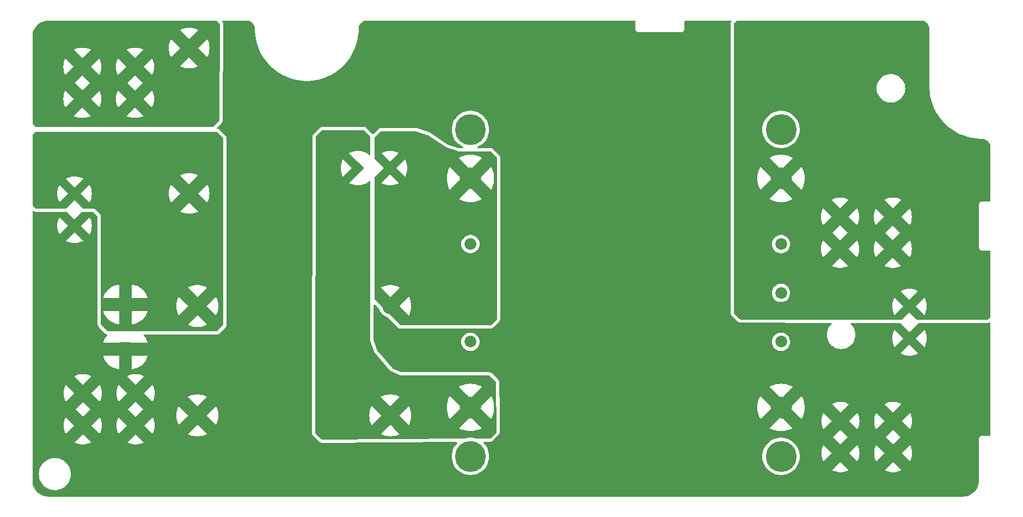
<source format=gbr>
%TF.GenerationSoftware,KiCad,Pcbnew,7.0.8*%
%TF.CreationDate,2024-04-29T16:48:28-06:00*%
%TF.ProjectId,GR-LRR-POWER-PCB-HIGH-VOLTAGE,47522d4c-5252-42d5-904f-5745522d5043,rev?*%
%TF.SameCoordinates,Original*%
%TF.FileFunction,Copper,L1,Top*%
%TF.FilePolarity,Positive*%
%FSLAX46Y46*%
G04 Gerber Fmt 4.6, Leading zero omitted, Abs format (unit mm)*
G04 Created by KiCad (PCBNEW 7.0.8) date 2024-04-29 16:48:28*
%MOMM*%
%LPD*%
G01*
G04 APERTURE LIST*
G04 Aperture macros list*
%AMRoundRect*
0 Rectangle with rounded corners*
0 $1 Rounding radius*
0 $2 $3 $4 $5 $6 $7 $8 $9 X,Y pos of 4 corners*
0 Add a 4 corners polygon primitive as box body*
4,1,4,$2,$3,$4,$5,$6,$7,$8,$9,$2,$3,0*
0 Add four circle primitives for the rounded corners*
1,1,$1+$1,$2,$3*
1,1,$1+$1,$4,$5*
1,1,$1+$1,$6,$7*
1,1,$1+$1,$8,$9*
0 Add four rect primitives between the rounded corners*
20,1,$1+$1,$2,$3,$4,$5,0*
20,1,$1+$1,$4,$5,$6,$7,0*
20,1,$1+$1,$6,$7,$8,$9,0*
20,1,$1+$1,$8,$9,$2,$3,0*%
G04 Aperture macros list end*
%TA.AperFunction,ComponentPad*%
%ADD10C,1.905000*%
%TD*%
%TA.AperFunction,ComponentPad*%
%ADD11C,1.371600*%
%TD*%
%TA.AperFunction,ComponentPad*%
%ADD12C,2.300000*%
%TD*%
%TA.AperFunction,ComponentPad*%
%ADD13C,3.345000*%
%TD*%
%TA.AperFunction,ComponentPad*%
%ADD14C,1.830000*%
%TD*%
%TA.AperFunction,ComponentPad*%
%ADD15C,4.800000*%
%TD*%
%TA.AperFunction,SMDPad,CuDef*%
%ADD16RoundRect,0.850200X-0.709800X0.239800X-0.709800X-0.239800X0.709800X-0.239800X0.709800X0.239800X0*%
%TD*%
%TA.AperFunction,ComponentPad*%
%ADD17C,2.500000*%
%TD*%
G04 APERTURE END LIST*
D10*
%TO.P,J1,1_1,1_1*%
%TO.N,Net-(J1-Pad1_1)*%
X132065399Y-30578600D03*
%TO.P,J1,1_2,1_2*%
X123865400Y-30578600D03*
%TO.P,J1,2_1,2_1*%
X132065399Y-35578600D03*
%TO.P,J1,2_2,2_2*%
X123865400Y-35578600D03*
%TD*%
D11*
%TO.P,C1,1*%
%TO.N,BATT+*%
X122646200Y-50306150D03*
%TO.P,C1,2*%
%TO.N,GND*%
X122646200Y-55306150D03*
%TD*%
%TO.P,C3,1*%
%TO.N,+24V*%
X252491000Y-67789600D03*
%TO.P,C3,2*%
%TO.N,GND*%
X252491000Y-72789600D03*
%TD*%
D10*
%TO.P,J3,1_1,1_1*%
%TO.N,+24V*%
X241696000Y-58892000D03*
%TO.P,J3,1_2,1_2*%
X249895999Y-58892000D03*
%TO.P,J3,2_1,2_1*%
X241696000Y-53892000D03*
%TO.P,J3,2_2,2_2*%
X249895999Y-53892000D03*
%TD*%
%TO.P,J2,1_1,1_1*%
%TO.N,GND*%
X132141400Y-81329499D03*
%TO.P,J2,1_2,1_2*%
X123941401Y-81329499D03*
%TO.P,J2,2_1,2_1*%
X132141400Y-86329499D03*
%TO.P,J2,2_2,2_2*%
X123941401Y-86329499D03*
%TD*%
D12*
%TO.P,U1,1,1*%
%TO.N,Net-(J1-Pad1_1)*%
X140477000Y-27679200D03*
%TO.P,U1,2,2*%
%TO.N,BATT+*%
X140477000Y-50279200D03*
%TD*%
D13*
%TO.P,PS1,1,+VIN*%
%TO.N,Net-(L1-2N2)*%
X184215800Y-47933800D03*
D14*
%TO.P,PS1,2,REMOTE_ON/OFF*%
%TO.N,unconnected-(PS1-REMOTE_ON{slash}OFF-Pad2)*%
X184215800Y-58133800D03*
%TO.P,PS1,3,CASE*%
%TO.N,unconnected-(PS1-CASE-Pad3)*%
X184215800Y-73333800D03*
D13*
%TO.P,PS1,4,-VIN*%
%TO.N,Net-(L1-2N1)*%
X184215800Y-83533800D03*
%TO.P,PS1,5,-VOUT*%
%TO.N,GND*%
X232515800Y-83533800D03*
D14*
%TO.P,PS1,6,-SENSE*%
%TO.N,unconnected-(PS1--SENSE-Pad6)*%
X232515800Y-73333800D03*
%TO.P,PS1,7,TRIM*%
%TO.N,unconnected-(PS1-TRIM-Pad7)*%
X232515800Y-65733800D03*
%TO.P,PS1,8,+SENSE*%
%TO.N,unconnected-(PS1-+SENSE-Pad8)*%
X232515800Y-58133800D03*
D13*
%TO.P,PS1,9,+VOUT*%
%TO.N,+24V*%
X232515800Y-47933800D03*
D15*
%TO.P,PS1,MH1,MH1*%
%TO.N,unconnected-(PS1-PadMH1)*%
X184215800Y-40333800D03*
%TO.P,PS1,MH2,MH2*%
%TO.N,unconnected-(PS1-PadMH2)*%
X184215800Y-91133800D03*
%TO.P,PS1,MH3,MH3*%
%TO.N,unconnected-(PS1-PadMH3)*%
X232515800Y-40333800D03*
%TO.P,PS1,MH4,MH4*%
%TO.N,unconnected-(PS1-PadMH4)*%
X232515800Y-91133800D03*
%TD*%
D10*
%TO.P,J4,1_1,1_1*%
%TO.N,GND*%
X241751001Y-90642000D03*
%TO.P,J4,1_2,1_2*%
X249951000Y-90642000D03*
%TO.P,J4,2_1,2_1*%
X241751001Y-85642000D03*
%TO.P,J4,2_2,2_2*%
X249951000Y-85642000D03*
%TD*%
D11*
%TO.P,C2,1*%
%TO.N,Net-(L1-2N2)*%
X171723450Y-46322800D03*
%TO.P,C2,2*%
%TO.N,Net-(L1-2N1)*%
X166723450Y-46322800D03*
%TD*%
D16*
%TO.P,D1,A*%
%TO.N,GND*%
X130571000Y-74496600D03*
%TO.P,D1,C*%
%TO.N,BATT+*%
X130571000Y-67526600D03*
%TD*%
D17*
%TO.P,L1,1,1N1*%
%TO.N,GND*%
X141758400Y-84769400D03*
%TO.P,L1,2,1N2*%
%TO.N,BATT+*%
X141758400Y-67769400D03*
%TO.P,L1,3,2N2*%
%TO.N,Net-(L1-2N2)*%
X171758400Y-67769400D03*
%TO.P,L1,4,2N1*%
%TO.N,Net-(L1-2N1)*%
X171758400Y-84769400D03*
%TD*%
%TA.AperFunction,Conductor*%
%TO.N,BATT+*%
G36*
X144826677Y-40703685D02*
G01*
X144847319Y-40720319D01*
X145774681Y-41647681D01*
X145808166Y-41709004D01*
X145811000Y-41735362D01*
X145811000Y-70620638D01*
X145791315Y-70687677D01*
X145774681Y-70708319D01*
X144847319Y-71635681D01*
X144785996Y-71669166D01*
X144759638Y-71672000D01*
X127812362Y-71672000D01*
X127745323Y-71652315D01*
X127724681Y-71635681D01*
X126797319Y-70708319D01*
X126773668Y-70665005D01*
X140277008Y-70665005D01*
X140553673Y-70793003D01*
X140887656Y-70905536D01*
X141231837Y-70981296D01*
X141582188Y-71019399D01*
X141582195Y-71019400D01*
X141934605Y-71019400D01*
X141934611Y-71019399D01*
X142284962Y-70981296D01*
X142629143Y-70905536D01*
X142963123Y-70793005D01*
X143239790Y-70665003D01*
X141758400Y-69183613D01*
X140277008Y-70665003D01*
X140277008Y-70665005D01*
X126773668Y-70665005D01*
X126763834Y-70646996D01*
X126761000Y-70620638D01*
X126761000Y-68526600D01*
X127113769Y-68526600D01*
X127143123Y-68640650D01*
X127265603Y-68955994D01*
X127424518Y-69254631D01*
X127617640Y-69532381D01*
X127842258Y-69785341D01*
X128095218Y-70009959D01*
X128372968Y-70203081D01*
X128671605Y-70361995D01*
X128671605Y-70361996D01*
X128986951Y-70484476D01*
X129314551Y-70568796D01*
X129571000Y-70603202D01*
X129571000Y-68526600D01*
X131571000Y-68526600D01*
X131571000Y-70603202D01*
X131827448Y-70568796D01*
X132155048Y-70484476D01*
X132470394Y-70361996D01*
X132470394Y-70361995D01*
X132769031Y-70203081D01*
X133046781Y-70009959D01*
X133299741Y-69785341D01*
X133524359Y-69532381D01*
X133717481Y-69254631D01*
X133876395Y-68955994D01*
X133876396Y-68955994D01*
X133998876Y-68640650D01*
X134028231Y-68526600D01*
X131571000Y-68526600D01*
X129571000Y-68526600D01*
X127113769Y-68526600D01*
X126761000Y-68526600D01*
X126761000Y-67769402D01*
X138503627Y-67769402D01*
X138522706Y-68121300D01*
X138522708Y-68121317D01*
X138579719Y-68469067D01*
X138579725Y-68469093D01*
X138674000Y-68808643D01*
X138674002Y-68808650D01*
X138804443Y-69136034D01*
X138804452Y-69136052D01*
X138864420Y-69249165D01*
X140249592Y-67863994D01*
X140858400Y-67863994D01*
X140897735Y-68049047D01*
X140974684Y-68221878D01*
X141085886Y-68374934D01*
X141226480Y-68501526D01*
X141390321Y-68596119D01*
X141570249Y-68654582D01*
X141711236Y-68669400D01*
X141805564Y-68669400D01*
X141946551Y-68654582D01*
X142126479Y-68596119D01*
X142290320Y-68501526D01*
X142430914Y-68374934D01*
X142542116Y-68221879D01*
X142619065Y-68049047D01*
X142658400Y-67863994D01*
X142658400Y-67769400D01*
X143172613Y-67769400D01*
X144652378Y-69249165D01*
X144712348Y-69136052D01*
X144712356Y-69136034D01*
X144842797Y-68808650D01*
X144842799Y-68808643D01*
X144937074Y-68469093D01*
X144937080Y-68469067D01*
X144994091Y-68121317D01*
X144994093Y-68121300D01*
X145013173Y-67769402D01*
X145013173Y-67769397D01*
X144994093Y-67417499D01*
X144994091Y-67417482D01*
X144937080Y-67069732D01*
X144937074Y-67069706D01*
X144842799Y-66730156D01*
X144842797Y-66730149D01*
X144712356Y-66402765D01*
X144712347Y-66402747D01*
X144652378Y-66289633D01*
X143172613Y-67769399D01*
X143172613Y-67769400D01*
X142658400Y-67769400D01*
X142658400Y-67674806D01*
X142619065Y-67489753D01*
X142542116Y-67316922D01*
X142430914Y-67163866D01*
X142290320Y-67037274D01*
X142126479Y-66942681D01*
X141946551Y-66884218D01*
X141805564Y-66869400D01*
X141711236Y-66869400D01*
X141570249Y-66884218D01*
X141390321Y-66942681D01*
X141226480Y-67037274D01*
X141085886Y-67163866D01*
X140974684Y-67316921D01*
X140897735Y-67489753D01*
X140858400Y-67674806D01*
X140858400Y-67863994D01*
X140249592Y-67863994D01*
X140344186Y-67769400D01*
X140344186Y-67769399D01*
X138864421Y-66289634D01*
X138864420Y-66289634D01*
X138804448Y-66402754D01*
X138804443Y-66402765D01*
X138674002Y-66730149D01*
X138674000Y-66730156D01*
X138579725Y-67069706D01*
X138579719Y-67069732D01*
X138522708Y-67417482D01*
X138522706Y-67417499D01*
X138503627Y-67769397D01*
X138503627Y-67769402D01*
X126761000Y-67769402D01*
X126761000Y-66526599D01*
X127113768Y-66526599D01*
X127113769Y-66526600D01*
X129571000Y-66526600D01*
X129571000Y-64449996D01*
X131571000Y-64449996D01*
X131571000Y-66526600D01*
X134028231Y-66526600D01*
X134028231Y-66526599D01*
X133998876Y-66412549D01*
X133876396Y-66097205D01*
X133717481Y-65798568D01*
X133524359Y-65520818D01*
X133299741Y-65267858D01*
X133046781Y-65043240D01*
X132803083Y-64873795D01*
X140277008Y-64873795D01*
X141758399Y-66355186D01*
X143239790Y-64873795D01*
X143239790Y-64873794D01*
X142963128Y-64745797D01*
X142963117Y-64745793D01*
X142629143Y-64633263D01*
X142284962Y-64557503D01*
X141934611Y-64519400D01*
X141582188Y-64519400D01*
X141231837Y-64557503D01*
X140887656Y-64633263D01*
X140553682Y-64745793D01*
X140277008Y-64873795D01*
X132803083Y-64873795D01*
X132769031Y-64850118D01*
X132470394Y-64691204D01*
X132470394Y-64691203D01*
X132155048Y-64568723D01*
X131827449Y-64484403D01*
X131827445Y-64484402D01*
X131571000Y-64449996D01*
X129571000Y-64449996D01*
X129314554Y-64484402D01*
X129314550Y-64484403D01*
X128986951Y-64568723D01*
X128671605Y-64691203D01*
X128671605Y-64691204D01*
X128372968Y-64850118D01*
X128095218Y-65043240D01*
X127842258Y-65267858D01*
X127617640Y-65520818D01*
X127424518Y-65798568D01*
X127265604Y-66097205D01*
X127265603Y-66097205D01*
X127143123Y-66412549D01*
X127113768Y-66526599D01*
X126761000Y-66526599D01*
X126761000Y-53672800D01*
X126760999Y-53672799D01*
X126191204Y-53100570D01*
X139069840Y-53100570D01*
X139108114Y-53121723D01*
X139434987Y-53257118D01*
X139774949Y-53355059D01*
X139774958Y-53355061D01*
X140123748Y-53414323D01*
X140123760Y-53414325D01*
X140477000Y-53434162D01*
X140830239Y-53414325D01*
X140830251Y-53414323D01*
X141179041Y-53355061D01*
X141179050Y-53355059D01*
X141519012Y-53257118D01*
X141845885Y-53121723D01*
X141884157Y-53100571D01*
X141884157Y-53100570D01*
X140477000Y-51693413D01*
X139069840Y-53100570D01*
X126191204Y-53100570D01*
X125761010Y-52668539D01*
X124145556Y-52661654D01*
X124145552Y-52661655D01*
X124053261Y-52661262D01*
X124009542Y-52639261D01*
X124006551Y-52636368D01*
X122646200Y-51276017D01*
X121291116Y-52631098D01*
X121257689Y-52649350D01*
X121134011Y-52648823D01*
X121134009Y-52648822D01*
X116649398Y-52629714D01*
X116582443Y-52609744D01*
X116562058Y-52593209D01*
X116134832Y-52164158D01*
X116101478Y-52102764D01*
X116098700Y-52076664D01*
X116098700Y-50306150D01*
X119955491Y-50306150D01*
X119975108Y-50630473D01*
X120033680Y-50950087D01*
X120130336Y-51260271D01*
X120130347Y-51260300D01*
X120263686Y-51556566D01*
X120263695Y-51556582D01*
X120324807Y-51657674D01*
X121676332Y-50306150D01*
X121676332Y-50306149D01*
X121643700Y-50273517D01*
X122210744Y-50273517D01*
X122220471Y-50403320D01*
X122268027Y-50524488D01*
X122349184Y-50626257D01*
X122456733Y-50699582D01*
X122581117Y-50737950D01*
X122678557Y-50737950D01*
X122774913Y-50723427D01*
X122892189Y-50666949D01*
X122987608Y-50578414D01*
X123052691Y-50465686D01*
X123081656Y-50338783D01*
X123079211Y-50306150D01*
X123616067Y-50306150D01*
X124967592Y-51657675D01*
X125028707Y-51556578D01*
X125162052Y-51260300D01*
X125162063Y-51260271D01*
X125258719Y-50950087D01*
X125317291Y-50630473D01*
X125336908Y-50306150D01*
X125335278Y-50279200D01*
X137322037Y-50279200D01*
X137341874Y-50632439D01*
X137341876Y-50632451D01*
X137401138Y-50981241D01*
X137401140Y-50981250D01*
X137499081Y-51321212D01*
X137634472Y-51648077D01*
X137634473Y-51648079D01*
X137655628Y-51686357D01*
X139018881Y-50323106D01*
X139723172Y-50323106D01*
X139753616Y-50495767D01*
X139823059Y-50656753D01*
X139927756Y-50797385D01*
X140062062Y-50910082D01*
X140218739Y-50988768D01*
X140389338Y-51029200D01*
X140520684Y-51029200D01*
X140651139Y-51013952D01*
X140815891Y-50953987D01*
X140962373Y-50857645D01*
X141082688Y-50730118D01*
X141170350Y-50578282D01*
X141220634Y-50410323D01*
X141228271Y-50279200D01*
X141891213Y-50279200D01*
X143298370Y-51686357D01*
X143298371Y-51686357D01*
X143319523Y-51648085D01*
X143454918Y-51321212D01*
X143552859Y-50981250D01*
X143552861Y-50981241D01*
X143612123Y-50632451D01*
X143612125Y-50632439D01*
X143631962Y-50279200D01*
X143612125Y-49925960D01*
X143612123Y-49925948D01*
X143552861Y-49577158D01*
X143552859Y-49577149D01*
X143454918Y-49237187D01*
X143319523Y-48910314D01*
X143298370Y-48872040D01*
X141891213Y-50279199D01*
X141891213Y-50279200D01*
X141228271Y-50279200D01*
X141230828Y-50235294D01*
X141200384Y-50062633D01*
X141130941Y-49901647D01*
X141026244Y-49761015D01*
X140891938Y-49648318D01*
X140735261Y-49569632D01*
X140564662Y-49529200D01*
X140433316Y-49529200D01*
X140302861Y-49544448D01*
X140138109Y-49604413D01*
X139991627Y-49700755D01*
X139871312Y-49828282D01*
X139783650Y-49980118D01*
X139733366Y-50148077D01*
X139723172Y-50323106D01*
X139018881Y-50323106D01*
X139062786Y-50279201D01*
X139062786Y-50279199D01*
X137655628Y-48872041D01*
X137634478Y-48910309D01*
X137634477Y-48910312D01*
X137499081Y-49237187D01*
X137401140Y-49577149D01*
X137401138Y-49577158D01*
X137341876Y-49925948D01*
X137341874Y-49925960D01*
X137322037Y-50279200D01*
X125335278Y-50279200D01*
X125317291Y-49981826D01*
X125258719Y-49662212D01*
X125162063Y-49352028D01*
X125162052Y-49351999D01*
X125028707Y-49055721D01*
X124967592Y-48954623D01*
X123616067Y-50306149D01*
X123616067Y-50306150D01*
X123079211Y-50306150D01*
X123071929Y-50208980D01*
X123024373Y-50087812D01*
X122943216Y-49986043D01*
X122835667Y-49912718D01*
X122711283Y-49874350D01*
X122613843Y-49874350D01*
X122517487Y-49888873D01*
X122400211Y-49945351D01*
X122304792Y-50033886D01*
X122239709Y-50146614D01*
X122210744Y-50273517D01*
X121643700Y-50273517D01*
X120324807Y-48954623D01*
X120324806Y-48954624D01*
X120263699Y-49055709D01*
X120263686Y-49055733D01*
X120130347Y-49351999D01*
X120130336Y-49352028D01*
X120033680Y-49662212D01*
X119975108Y-49981826D01*
X119955491Y-50306150D01*
X116098700Y-50306150D01*
X116098700Y-47984757D01*
X121294673Y-47984757D01*
X122646199Y-49336282D01*
X123997724Y-47984757D01*
X123896632Y-47923645D01*
X123896616Y-47923636D01*
X123600350Y-47790297D01*
X123600321Y-47790286D01*
X123290137Y-47693630D01*
X122970523Y-47635058D01*
X122646200Y-47615441D01*
X122321876Y-47635058D01*
X122002262Y-47693630D01*
X121692078Y-47790286D01*
X121692049Y-47790297D01*
X121395783Y-47923636D01*
X121395759Y-47923649D01*
X121294674Y-47984756D01*
X121294673Y-47984757D01*
X116098700Y-47984757D01*
X116098700Y-47457828D01*
X139069841Y-47457828D01*
X140477000Y-48864986D01*
X141884158Y-47457828D01*
X141845879Y-47436673D01*
X141845877Y-47436672D01*
X141519012Y-47301281D01*
X141179050Y-47203340D01*
X141179041Y-47203338D01*
X140830251Y-47144076D01*
X140830239Y-47144074D01*
X140477000Y-47124237D01*
X140123760Y-47144074D01*
X140123748Y-47144076D01*
X139774958Y-47203338D01*
X139774949Y-47203340D01*
X139434987Y-47301281D01*
X139108112Y-47436677D01*
X139108109Y-47436678D01*
X139069841Y-47457828D01*
X116098700Y-47457828D01*
X116098700Y-41234862D01*
X116118385Y-41167823D01*
X116135019Y-41147181D01*
X116561881Y-40720319D01*
X116623204Y-40686834D01*
X116649562Y-40684000D01*
X144759638Y-40684000D01*
X144826677Y-40703685D01*
G37*
%TD.AperFunction*%
%TD*%
%TA.AperFunction,Conductor*%
%TO.N,Net-(L1-2N2)*%
G36*
X175704683Y-40626197D02*
G01*
X175740169Y-40631638D01*
X177537506Y-41182583D01*
X177569943Y-41197962D01*
X178123143Y-41566762D01*
X180538951Y-43177301D01*
X181989538Y-43616502D01*
X182371000Y-43732000D01*
X187304638Y-43732000D01*
X187371677Y-43751685D01*
X187392319Y-43768319D01*
X188319681Y-44695681D01*
X188353166Y-44757004D01*
X188356000Y-44783362D01*
X188356000Y-69731589D01*
X188336315Y-69798628D01*
X188319622Y-69819329D01*
X187392378Y-70745326D01*
X187331033Y-70778770D01*
X187304589Y-70781586D01*
X173396395Y-70762887D01*
X173396391Y-70762887D01*
X173340627Y-70762812D01*
X173330234Y-70759753D01*
X173322309Y-70756464D01*
X173267935Y-70712585D01*
X173258271Y-70683484D01*
X170438780Y-67863994D01*
X170858400Y-67863994D01*
X170897735Y-68049047D01*
X170974684Y-68221878D01*
X171085886Y-68374934D01*
X171226480Y-68501526D01*
X171390321Y-68596119D01*
X171570249Y-68654582D01*
X171711236Y-68669400D01*
X171805564Y-68669400D01*
X171946551Y-68654582D01*
X172126479Y-68596119D01*
X172290320Y-68501526D01*
X172430914Y-68374934D01*
X172542116Y-68221879D01*
X172619065Y-68049047D01*
X172658400Y-67863994D01*
X172658400Y-67769400D01*
X173172613Y-67769400D01*
X174652378Y-69249165D01*
X174712348Y-69136052D01*
X174712356Y-69136034D01*
X174842797Y-68808650D01*
X174842799Y-68808643D01*
X174937074Y-68469093D01*
X174937080Y-68469067D01*
X174994091Y-68121317D01*
X174994093Y-68121300D01*
X175013173Y-67769402D01*
X175013173Y-67769397D01*
X174994093Y-67417499D01*
X174994091Y-67417482D01*
X174937080Y-67069732D01*
X174937074Y-67069706D01*
X174842799Y-66730156D01*
X174842797Y-66730149D01*
X174712356Y-66402765D01*
X174712347Y-66402747D01*
X174652378Y-66289633D01*
X173172613Y-67769399D01*
X173172613Y-67769400D01*
X172658400Y-67769400D01*
X172658400Y-67674806D01*
X172619065Y-67489753D01*
X172542116Y-67316922D01*
X172430914Y-67163866D01*
X172290320Y-67037274D01*
X172126479Y-66942681D01*
X171946551Y-66884218D01*
X171805564Y-66869400D01*
X171711236Y-66869400D01*
X171570249Y-66884218D01*
X171390321Y-66942681D01*
X171226480Y-67037274D01*
X171085886Y-67163866D01*
X170974684Y-67316921D01*
X170897735Y-67489753D01*
X170858400Y-67674806D01*
X170858400Y-67863994D01*
X170438780Y-67863994D01*
X170361627Y-67786841D01*
X170361625Y-67786838D01*
X169306000Y-66731213D01*
X169306000Y-64873795D01*
X170277008Y-64873795D01*
X171758399Y-66355186D01*
X173239790Y-64873795D01*
X173239790Y-64873794D01*
X172963128Y-64745797D01*
X172963117Y-64745793D01*
X172629143Y-64633263D01*
X172284962Y-64557503D01*
X171934611Y-64519400D01*
X171582188Y-64519400D01*
X171231837Y-64557503D01*
X170887656Y-64633263D01*
X170553682Y-64745793D01*
X170277008Y-64873795D01*
X169306000Y-64873795D01*
X169306000Y-58133805D01*
X182795449Y-58133805D01*
X182814819Y-58367573D01*
X182814821Y-58367585D01*
X182872407Y-58594987D01*
X182966638Y-58809811D01*
X183094940Y-59006195D01*
X183094943Y-59006198D01*
X183253822Y-59178786D01*
X183438942Y-59322870D01*
X183645252Y-59434520D01*
X183760462Y-59474072D01*
X183867120Y-59510688D01*
X183867122Y-59510688D01*
X183867124Y-59510689D01*
X184098508Y-59549300D01*
X184098509Y-59549300D01*
X184333091Y-59549300D01*
X184333092Y-59549300D01*
X184564476Y-59510689D01*
X184786348Y-59434520D01*
X184992658Y-59322870D01*
X185177778Y-59178786D01*
X185336657Y-59006198D01*
X185464961Y-58809812D01*
X185559192Y-58594987D01*
X185616779Y-58367582D01*
X185636151Y-58133800D01*
X185616779Y-57900018D01*
X185559192Y-57672613D01*
X185464961Y-57457788D01*
X185336659Y-57261404D01*
X185309241Y-57231620D01*
X185177778Y-57088814D01*
X185047134Y-56987130D01*
X184992660Y-56944731D01*
X184786348Y-56833080D01*
X184786340Y-56833077D01*
X184564479Y-56756911D01*
X184390938Y-56727952D01*
X184333092Y-56718300D01*
X184098508Y-56718300D01*
X184052231Y-56726022D01*
X183867120Y-56756911D01*
X183645259Y-56833077D01*
X183645251Y-56833080D01*
X183438939Y-56944731D01*
X183308298Y-57046413D01*
X183253822Y-57088814D01*
X183253819Y-57088816D01*
X183253819Y-57088817D01*
X183094940Y-57261404D01*
X182966638Y-57457788D01*
X182872407Y-57672612D01*
X182814821Y-57900014D01*
X182814819Y-57900026D01*
X182795449Y-58133794D01*
X182795449Y-58133805D01*
X169306000Y-58133805D01*
X169306000Y-51141642D01*
X182422170Y-51141642D01*
X182720006Y-51293398D01*
X183079370Y-51431345D01*
X183451200Y-51530977D01*
X183831390Y-51591193D01*
X184215799Y-51611340D01*
X184215801Y-51611340D01*
X184600209Y-51591193D01*
X184980398Y-51530977D01*
X184980400Y-51530977D01*
X185352229Y-51431345D01*
X185711593Y-51293398D01*
X186009428Y-51141642D01*
X184215800Y-49348014D01*
X182422170Y-51141642D01*
X169306000Y-51141642D01*
X169306000Y-48644192D01*
X170371923Y-48644192D01*
X170473021Y-48705307D01*
X170769299Y-48838652D01*
X170769328Y-48838663D01*
X171079512Y-48935319D01*
X171399126Y-48993891D01*
X171723450Y-49013508D01*
X172047773Y-48993891D01*
X172367387Y-48935319D01*
X172677571Y-48838663D01*
X172677600Y-48838652D01*
X172973878Y-48705307D01*
X173074975Y-48644192D01*
X172364583Y-47933800D01*
X180538260Y-47933800D01*
X180558406Y-48318209D01*
X180618622Y-48698398D01*
X180618622Y-48698400D01*
X180718254Y-49070229D01*
X180856201Y-49429593D01*
X181007956Y-49727428D01*
X182801586Y-47933800D01*
X182748291Y-47880505D01*
X183096997Y-47880505D01*
X183107129Y-48093203D01*
X183157331Y-48300140D01*
X183245789Y-48493836D01*
X183369306Y-48667291D01*
X183523417Y-48814236D01*
X183702553Y-48929360D01*
X183900239Y-49008501D01*
X184109330Y-49048800D01*
X184268917Y-49048800D01*
X184427775Y-49033631D01*
X184632089Y-48973639D01*
X184821357Y-48876065D01*
X184988738Y-48744434D01*
X185128184Y-48583506D01*
X185234653Y-48399095D01*
X185304299Y-48197867D01*
X185334603Y-47987095D01*
X185332064Y-47933800D01*
X185630014Y-47933800D01*
X187423642Y-49727428D01*
X187575398Y-49429593D01*
X187713345Y-49070229D01*
X187812977Y-48698400D01*
X187812977Y-48698398D01*
X187873193Y-48318209D01*
X187893340Y-47933800D01*
X187893340Y-47933799D01*
X187873193Y-47549390D01*
X187812977Y-47169201D01*
X187812977Y-47169199D01*
X187713345Y-46797370D01*
X187575398Y-46438006D01*
X187423642Y-46140170D01*
X185630014Y-47933799D01*
X185630014Y-47933800D01*
X185332064Y-47933800D01*
X185324471Y-47774397D01*
X185274269Y-47567460D01*
X185185811Y-47373764D01*
X185062294Y-47200309D01*
X184908183Y-47053364D01*
X184729047Y-46938240D01*
X184531361Y-46859099D01*
X184322270Y-46818800D01*
X184162683Y-46818800D01*
X184003825Y-46833969D01*
X183799511Y-46893961D01*
X183610243Y-46991535D01*
X183442862Y-47123166D01*
X183303416Y-47284094D01*
X183196947Y-47468505D01*
X183127301Y-47669733D01*
X183096997Y-47880505D01*
X182748291Y-47880505D01*
X181007955Y-46140169D01*
X180856201Y-46438006D01*
X180718254Y-46797370D01*
X180618622Y-47169199D01*
X180618622Y-47169201D01*
X180558406Y-47549390D01*
X180538260Y-47933799D01*
X180538260Y-47933800D01*
X172364583Y-47933800D01*
X171723450Y-47292667D01*
X170371923Y-48644192D01*
X169306000Y-48644192D01*
X169306000Y-47802628D01*
X169325685Y-47735589D01*
X169378489Y-47689834D01*
X169388026Y-47688355D01*
X170753582Y-46322800D01*
X170753582Y-46322799D01*
X170720950Y-46290167D01*
X171287994Y-46290167D01*
X171297721Y-46419970D01*
X171345277Y-46541138D01*
X171426434Y-46642907D01*
X171533983Y-46716232D01*
X171658367Y-46754600D01*
X171755807Y-46754600D01*
X171852163Y-46740077D01*
X171969439Y-46683599D01*
X172064858Y-46595064D01*
X172129941Y-46482336D01*
X172158906Y-46355433D01*
X172156461Y-46322800D01*
X172693317Y-46322800D01*
X174044842Y-47674325D01*
X174105957Y-47573228D01*
X174239302Y-47276950D01*
X174239313Y-47276921D01*
X174335969Y-46966737D01*
X174394541Y-46647123D01*
X174414158Y-46322800D01*
X174394541Y-45998476D01*
X174335969Y-45678862D01*
X174239313Y-45368678D01*
X174239302Y-45368649D01*
X174105957Y-45072371D01*
X174044842Y-44971273D01*
X172693317Y-46322799D01*
X172693317Y-46322800D01*
X172156461Y-46322800D01*
X172149179Y-46225630D01*
X172101623Y-46104462D01*
X172020466Y-46002693D01*
X171912917Y-45929368D01*
X171788533Y-45891000D01*
X171691093Y-45891000D01*
X171594737Y-45905523D01*
X171477461Y-45962001D01*
X171382042Y-46050536D01*
X171316959Y-46163264D01*
X171287994Y-46290167D01*
X170720950Y-46290167D01*
X169387255Y-44956471D01*
X169376018Y-44954602D01*
X169324234Y-44907696D01*
X169306000Y-44842969D01*
X169306000Y-44001407D01*
X170371923Y-44001407D01*
X171723449Y-45352932D01*
X172350426Y-44725955D01*
X182422169Y-44725955D01*
X184215800Y-46519586D01*
X184215801Y-46519586D01*
X186009428Y-44725956D01*
X185711593Y-44574201D01*
X185352229Y-44436254D01*
X184980399Y-44336622D01*
X184600209Y-44276406D01*
X184215801Y-44256260D01*
X184215799Y-44256260D01*
X183831390Y-44276406D01*
X183451201Y-44336622D01*
X183451199Y-44336622D01*
X183079370Y-44436254D01*
X182720006Y-44574201D01*
X182422169Y-44725955D01*
X172350426Y-44725955D01*
X173074974Y-44001407D01*
X172973882Y-43940295D01*
X172973866Y-43940286D01*
X172677600Y-43806947D01*
X172677571Y-43806936D01*
X172367387Y-43710280D01*
X172047773Y-43651708D01*
X171723450Y-43632091D01*
X171399126Y-43651708D01*
X171079512Y-43710280D01*
X170769328Y-43806936D01*
X170769299Y-43806947D01*
X170473033Y-43940286D01*
X170473009Y-43940299D01*
X170371924Y-44001406D01*
X170371923Y-44001407D01*
X169306000Y-44001407D01*
X169306000Y-41633801D01*
X169325685Y-41566762D01*
X169342621Y-41545819D01*
X170269357Y-40625434D01*
X170330793Y-40592162D01*
X170357578Y-40589421D01*
X175704683Y-40626197D01*
G37*
%TD.AperFunction*%
%TD*%
%TA.AperFunction,Conductor*%
%TO.N,+24V*%
G36*
X254261862Y-23397691D02*
G01*
X254338335Y-23403711D01*
X254459128Y-23413220D01*
X254478338Y-23416264D01*
X254663617Y-23460750D01*
X254682118Y-23466762D01*
X254858157Y-23539683D01*
X254875485Y-23548512D01*
X255037956Y-23648075D01*
X255053689Y-23659506D01*
X255160145Y-23750428D01*
X255198583Y-23783258D01*
X255212341Y-23797016D01*
X255336090Y-23941906D01*
X255347527Y-23957648D01*
X255447085Y-24120110D01*
X255455918Y-24137446D01*
X255528836Y-24313479D01*
X255534849Y-24331983D01*
X255579334Y-24517257D01*
X255582378Y-24536475D01*
X255597909Y-24733736D01*
X255598100Y-24738604D01*
X255598100Y-33560251D01*
X255598100Y-33626144D01*
X255598099Y-33904931D01*
X255636144Y-34461191D01*
X255636143Y-34461190D01*
X255636144Y-34461204D01*
X255636145Y-34461205D01*
X255672263Y-34723991D01*
X255712064Y-35013580D01*
X255825503Y-35559497D01*
X255866185Y-35704693D01*
X255975934Y-36096398D01*
X256162652Y-36621779D01*
X256162654Y-36621783D01*
X256384788Y-37133195D01*
X256384789Y-37133195D01*
X256540289Y-37433300D01*
X256641307Y-37628256D01*
X256931013Y-38104659D01*
X257079441Y-38314934D01*
X257252558Y-38560187D01*
X257252558Y-38560186D01*
X257604432Y-38992698D01*
X257985006Y-39400194D01*
X258392502Y-39780768D01*
X258657674Y-39996501D01*
X258825014Y-40132642D01*
X258825013Y-40132642D01*
X258825019Y-40132646D01*
X259280541Y-40454187D01*
X259706517Y-40713228D01*
X259756951Y-40743897D01*
X259972932Y-40855808D01*
X260252005Y-41000411D01*
X260252005Y-41000412D01*
X260527052Y-41119880D01*
X260763421Y-41222548D01*
X261067307Y-41330547D01*
X261288798Y-41409265D01*
X261288799Y-41409265D01*
X261288802Y-41409266D01*
X261499710Y-41468359D01*
X261825703Y-41559697D01*
X262073056Y-41611096D01*
X262371613Y-41673135D01*
X262371619Y-41673135D01*
X262371620Y-41673136D01*
X262924010Y-41749057D01*
X262924009Y-41749056D01*
X262924024Y-41749057D01*
X263480269Y-41787101D01*
X263480274Y-41787100D01*
X263480275Y-41787101D01*
X263480951Y-41787100D01*
X263756594Y-41787100D01*
X263761462Y-41787291D01*
X263837935Y-41793311D01*
X263958728Y-41802820D01*
X263977938Y-41805864D01*
X264163217Y-41850350D01*
X264181718Y-41856362D01*
X264357757Y-41929283D01*
X264375085Y-41938112D01*
X264537556Y-42037675D01*
X264553289Y-42049106D01*
X264659745Y-42140028D01*
X264698183Y-42172858D01*
X264711941Y-42186616D01*
X264835690Y-42331506D01*
X264847127Y-42347248D01*
X264946685Y-42509710D01*
X264955518Y-42527046D01*
X265028436Y-42703079D01*
X265034449Y-42721583D01*
X265078934Y-42906857D01*
X265081978Y-42926075D01*
X265097509Y-43123336D01*
X265097700Y-43128204D01*
X265097700Y-51376879D01*
X265078015Y-51443918D01*
X265025211Y-51489673D01*
X264973700Y-51500879D01*
X263875384Y-51500879D01*
X263731462Y-51500879D01*
X263731459Y-51500879D01*
X263731457Y-51500880D01*
X263705265Y-51508569D01*
X263687991Y-51512327D01*
X263660967Y-51516213D01*
X263660964Y-51516214D01*
X263636133Y-51527554D01*
X263619564Y-51533734D01*
X263606594Y-51537542D01*
X263593370Y-51541426D01*
X263593368Y-51541426D01*
X263593368Y-51541427D01*
X263570405Y-51556184D01*
X263554884Y-51564659D01*
X263530051Y-51576000D01*
X263530048Y-51576002D01*
X263509423Y-51593874D01*
X263495263Y-51604474D01*
X263472299Y-51619232D01*
X263472294Y-51619236D01*
X263454416Y-51639868D01*
X263441912Y-51652372D01*
X263421280Y-51670250D01*
X263421276Y-51670255D01*
X263406518Y-51693219D01*
X263395918Y-51707379D01*
X263378046Y-51728004D01*
X263378044Y-51728007D01*
X263366703Y-51752840D01*
X263358228Y-51768361D01*
X263343471Y-51791324D01*
X263335778Y-51817520D01*
X263329598Y-51834089D01*
X263318258Y-51858920D01*
X263318257Y-51858923D01*
X263314371Y-51885947D01*
X263310613Y-51903221D01*
X263302924Y-51929413D01*
X263302923Y-51929421D01*
X263302923Y-58731478D01*
X263310613Y-58757669D01*
X263314370Y-58774938D01*
X263318258Y-58801972D01*
X263321838Y-58809812D01*
X263329596Y-58826798D01*
X263335778Y-58843373D01*
X263343469Y-58869566D01*
X263343470Y-58869568D01*
X263358229Y-58892534D01*
X263366705Y-58908056D01*
X263378046Y-58932888D01*
X263389860Y-58946522D01*
X263395919Y-58953515D01*
X263406518Y-58967675D01*
X263421276Y-58990638D01*
X263421280Y-58990643D01*
X263441911Y-59008521D01*
X263454415Y-59021025D01*
X263472294Y-59041657D01*
X263472295Y-59041658D01*
X263495267Y-59056420D01*
X263509419Y-59067015D01*
X263530050Y-59084892D01*
X263553322Y-59095520D01*
X263554874Y-59096229D01*
X263570401Y-59104707D01*
X263593370Y-59119468D01*
X263619559Y-59127158D01*
X263636136Y-59133341D01*
X263660961Y-59144678D01*
X263660962Y-59144678D01*
X263660966Y-59144680D01*
X263687987Y-59148565D01*
X263705269Y-59152324D01*
X263731462Y-59160015D01*
X263767624Y-59160015D01*
X264973700Y-59160015D01*
X265040739Y-59179700D01*
X265086494Y-59232504D01*
X265097700Y-59284015D01*
X265097700Y-69367580D01*
X265078015Y-69434619D01*
X265061326Y-69455316D01*
X264634573Y-69881536D01*
X264573229Y-69914983D01*
X264546792Y-69917800D01*
X254230558Y-69904903D01*
X254230555Y-69904905D01*
X253635694Y-69904161D01*
X252491000Y-68759467D01*
X251349162Y-69901303D01*
X250747089Y-69900551D01*
X250747088Y-69900550D01*
X226237315Y-69869914D01*
X226170300Y-69850146D01*
X226149734Y-69833540D01*
X225222264Y-68904909D01*
X225188817Y-68843565D01*
X225186000Y-68817283D01*
X225186000Y-67789600D01*
X249800291Y-67789600D01*
X249819908Y-68113923D01*
X249878480Y-68433537D01*
X249975136Y-68743721D01*
X249975147Y-68743750D01*
X250108486Y-69040016D01*
X250108495Y-69040032D01*
X250169607Y-69141124D01*
X251521132Y-67789600D01*
X251521132Y-67789599D01*
X251488500Y-67756967D01*
X252055544Y-67756967D01*
X252065271Y-67886770D01*
X252112827Y-68007938D01*
X252193984Y-68109707D01*
X252301533Y-68183032D01*
X252425917Y-68221400D01*
X252523357Y-68221400D01*
X252619713Y-68206877D01*
X252736989Y-68150399D01*
X252832408Y-68061864D01*
X252897491Y-67949136D01*
X252926456Y-67822233D01*
X252924011Y-67789600D01*
X253460867Y-67789600D01*
X254812392Y-69141125D01*
X254873507Y-69040028D01*
X255006852Y-68743750D01*
X255006863Y-68743721D01*
X255103519Y-68433537D01*
X255162091Y-68113923D01*
X255181708Y-67789600D01*
X255162091Y-67465276D01*
X255103519Y-67145662D01*
X255006863Y-66835478D01*
X255006852Y-66835449D01*
X254873507Y-66539171D01*
X254812392Y-66438073D01*
X253460867Y-67789599D01*
X253460867Y-67789600D01*
X252924011Y-67789600D01*
X252916729Y-67692430D01*
X252869173Y-67571262D01*
X252788016Y-67469493D01*
X252680467Y-67396168D01*
X252556083Y-67357800D01*
X252458643Y-67357800D01*
X252362287Y-67372323D01*
X252245011Y-67428801D01*
X252149592Y-67517336D01*
X252084509Y-67630064D01*
X252055544Y-67756967D01*
X251488500Y-67756967D01*
X250169607Y-66438073D01*
X250169606Y-66438074D01*
X250108499Y-66539159D01*
X250108486Y-66539183D01*
X249975147Y-66835449D01*
X249975136Y-66835478D01*
X249878480Y-67145662D01*
X249819908Y-67465276D01*
X249800291Y-67789600D01*
X225186000Y-67789600D01*
X225186000Y-65733805D01*
X231095449Y-65733805D01*
X231114819Y-65967573D01*
X231114821Y-65967585D01*
X231172407Y-66194987D01*
X231266638Y-66409811D01*
X231394940Y-66606195D01*
X231394943Y-66606198D01*
X231553822Y-66778786D01*
X231738942Y-66922870D01*
X231945252Y-67034520D01*
X232060462Y-67074072D01*
X232167120Y-67110688D01*
X232167122Y-67110688D01*
X232167124Y-67110689D01*
X232398508Y-67149300D01*
X232398509Y-67149300D01*
X232633091Y-67149300D01*
X232633092Y-67149300D01*
X232864476Y-67110689D01*
X233086348Y-67034520D01*
X233292658Y-66922870D01*
X233477778Y-66778786D01*
X233636657Y-66606198D01*
X233764961Y-66409812D01*
X233859192Y-66194987D01*
X233916779Y-65967582D01*
X233936151Y-65733800D01*
X233916779Y-65500018D01*
X233908723Y-65468207D01*
X251139473Y-65468207D01*
X252490999Y-66819732D01*
X253842524Y-65468207D01*
X253741432Y-65407095D01*
X253741416Y-65407086D01*
X253445150Y-65273747D01*
X253445121Y-65273736D01*
X253134937Y-65177080D01*
X252815323Y-65118508D01*
X252491000Y-65098891D01*
X252166676Y-65118508D01*
X251847062Y-65177080D01*
X251536878Y-65273736D01*
X251536849Y-65273747D01*
X251240583Y-65407086D01*
X251240559Y-65407099D01*
X251139474Y-65468206D01*
X251139473Y-65468207D01*
X233908723Y-65468207D01*
X233859479Y-65273747D01*
X233859192Y-65272612D01*
X233764961Y-65057788D01*
X233636659Y-64861404D01*
X233609241Y-64831620D01*
X233477778Y-64688814D01*
X233347134Y-64587130D01*
X233292660Y-64544731D01*
X233086348Y-64433080D01*
X233086340Y-64433077D01*
X232864479Y-64356911D01*
X232690938Y-64327952D01*
X232633092Y-64318300D01*
X232398508Y-64318300D01*
X232352231Y-64326022D01*
X232167120Y-64356911D01*
X231945259Y-64433077D01*
X231945251Y-64433080D01*
X231738939Y-64544731D01*
X231608298Y-64646413D01*
X231553822Y-64688814D01*
X231553819Y-64688816D01*
X231553819Y-64688817D01*
X231394940Y-64861404D01*
X231266638Y-65057788D01*
X231172407Y-65272612D01*
X231114821Y-65500014D01*
X231114819Y-65500026D01*
X231095449Y-65733794D01*
X231095449Y-65733805D01*
X225186000Y-65733805D01*
X225186000Y-61541706D01*
X240393330Y-61541706D01*
X240524585Y-61607624D01*
X240524586Y-61607625D01*
X240847780Y-61725258D01*
X241182433Y-61804572D01*
X241524042Y-61844499D01*
X241524043Y-61844500D01*
X241867957Y-61844500D01*
X241867957Y-61844499D01*
X242209565Y-61804572D01*
X242209567Y-61804572D01*
X242544219Y-61725258D01*
X242867413Y-61607625D01*
X242867414Y-61607624D01*
X242998668Y-61541706D01*
X248593329Y-61541706D01*
X248724584Y-61607624D01*
X248724585Y-61607625D01*
X249047779Y-61725258D01*
X249382432Y-61804572D01*
X249724041Y-61844499D01*
X249724042Y-61844500D01*
X250067956Y-61844500D01*
X250067956Y-61844499D01*
X250409564Y-61804572D01*
X250409566Y-61804572D01*
X250744218Y-61725258D01*
X251067412Y-61607625D01*
X251067413Y-61607624D01*
X251198667Y-61541706D01*
X251198667Y-61541705D01*
X249895999Y-60239038D01*
X248593329Y-61541705D01*
X248593329Y-61541706D01*
X242998668Y-61541706D01*
X242998668Y-61541705D01*
X241696000Y-60239038D01*
X240393330Y-61541705D01*
X240393330Y-61541706D01*
X225186000Y-61541706D01*
X225186000Y-58133805D01*
X231095449Y-58133805D01*
X231114819Y-58367573D01*
X231114821Y-58367585D01*
X231172407Y-58594987D01*
X231266638Y-58809811D01*
X231394940Y-59006195D01*
X231394943Y-59006198D01*
X231553822Y-59178786D01*
X231738942Y-59322870D01*
X231945252Y-59434520D01*
X232060462Y-59474072D01*
X232167120Y-59510688D01*
X232167122Y-59510688D01*
X232167124Y-59510689D01*
X232398508Y-59549300D01*
X232398509Y-59549300D01*
X232633091Y-59549300D01*
X232633092Y-59549300D01*
X232864476Y-59510689D01*
X233086348Y-59434520D01*
X233292658Y-59322870D01*
X233477778Y-59178786D01*
X233636657Y-59006198D01*
X233711264Y-58892003D01*
X238738496Y-58892003D01*
X238758494Y-59235345D01*
X238758495Y-59235356D01*
X238818213Y-59574038D01*
X238818216Y-59574048D01*
X238916855Y-59903527D01*
X239043602Y-60197358D01*
X239043603Y-60197359D01*
X240264149Y-58976813D01*
X240997500Y-58976813D01*
X241038095Y-59141511D01*
X241116924Y-59291707D01*
X241229407Y-59418675D01*
X241369007Y-59515033D01*
X241527610Y-59575184D01*
X241653750Y-59590500D01*
X241738250Y-59590500D01*
X241864390Y-59575184D01*
X242022993Y-59515033D01*
X242162593Y-59418675D01*
X242275076Y-59291707D01*
X242353905Y-59141511D01*
X242394500Y-58976813D01*
X242394500Y-58892001D01*
X243043038Y-58892001D01*
X244348396Y-60197359D01*
X244475144Y-59903527D01*
X244573783Y-59574048D01*
X244573786Y-59574038D01*
X244633504Y-59235356D01*
X244633505Y-59235345D01*
X244653504Y-58892003D01*
X246938495Y-58892003D01*
X246958493Y-59235345D01*
X246958494Y-59235356D01*
X247018212Y-59574038D01*
X247018215Y-59574048D01*
X247116854Y-59903527D01*
X247243601Y-60197358D01*
X247243602Y-60197359D01*
X248464148Y-58976813D01*
X249197499Y-58976813D01*
X249238094Y-59141511D01*
X249316923Y-59291707D01*
X249429406Y-59418675D01*
X249569006Y-59515033D01*
X249727609Y-59575184D01*
X249853749Y-59590500D01*
X249938249Y-59590500D01*
X250064389Y-59575184D01*
X250222992Y-59515033D01*
X250362592Y-59418675D01*
X250475075Y-59291707D01*
X250553904Y-59141511D01*
X250594499Y-58976813D01*
X250594499Y-58892001D01*
X251243037Y-58892001D01*
X252548395Y-60197359D01*
X252675143Y-59903527D01*
X252773782Y-59574048D01*
X252773785Y-59574038D01*
X252833503Y-59235356D01*
X252833504Y-59235345D01*
X252853503Y-58892003D01*
X252853503Y-58891996D01*
X252833504Y-58548654D01*
X252833503Y-58548643D01*
X252773785Y-58209961D01*
X252773782Y-58209951D01*
X252675143Y-57880472D01*
X252548395Y-57586639D01*
X251243037Y-58891999D01*
X251243037Y-58892001D01*
X250594499Y-58892001D01*
X250594499Y-58807187D01*
X250553904Y-58642489D01*
X250475075Y-58492293D01*
X250362592Y-58365325D01*
X250222992Y-58268967D01*
X250064389Y-58208816D01*
X249938249Y-58193500D01*
X249853749Y-58193500D01*
X249727609Y-58208816D01*
X249569006Y-58268967D01*
X249429406Y-58365325D01*
X249316923Y-58492293D01*
X249238094Y-58642489D01*
X249197499Y-58807187D01*
X249197499Y-58976813D01*
X248464148Y-58976813D01*
X248548961Y-58892000D01*
X248548961Y-58891999D01*
X247243602Y-57586640D01*
X247243601Y-57586640D01*
X247116854Y-57880472D01*
X247018215Y-58209951D01*
X247018212Y-58209961D01*
X246958494Y-58548643D01*
X246958493Y-58548654D01*
X246938495Y-58891996D01*
X246938495Y-58892003D01*
X244653504Y-58892003D01*
X244653504Y-58891996D01*
X244633505Y-58548654D01*
X244633504Y-58548643D01*
X244573786Y-58209961D01*
X244573783Y-58209951D01*
X244475144Y-57880472D01*
X244348396Y-57586639D01*
X243043038Y-58891999D01*
X243043038Y-58892001D01*
X242394500Y-58892001D01*
X242394500Y-58807187D01*
X242353905Y-58642489D01*
X242275076Y-58492293D01*
X242162593Y-58365325D01*
X242022993Y-58268967D01*
X241864390Y-58208816D01*
X241738250Y-58193500D01*
X241653750Y-58193500D01*
X241527610Y-58208816D01*
X241369007Y-58268967D01*
X241229407Y-58365325D01*
X241116924Y-58492293D01*
X241038095Y-58642489D01*
X240997500Y-58807187D01*
X240997500Y-58976813D01*
X240264149Y-58976813D01*
X240348962Y-58892000D01*
X240348962Y-58891999D01*
X239043602Y-57586640D01*
X238916855Y-57880472D01*
X238818216Y-58209951D01*
X238818213Y-58209961D01*
X238758495Y-58548643D01*
X238758494Y-58548654D01*
X238738496Y-58891996D01*
X238738496Y-58892003D01*
X233711264Y-58892003D01*
X233764961Y-58809812D01*
X233859192Y-58594987D01*
X233916779Y-58367582D01*
X233920027Y-58328387D01*
X233936151Y-58133805D01*
X233936151Y-58133794D01*
X233916780Y-57900026D01*
X233916778Y-57900014D01*
X233859192Y-57672612D01*
X233764961Y-57457788D01*
X233636659Y-57261404D01*
X233609241Y-57231620D01*
X233477778Y-57088814D01*
X233347134Y-56987130D01*
X233292660Y-56944731D01*
X233086348Y-56833080D01*
X233086340Y-56833077D01*
X232864479Y-56756911D01*
X232690938Y-56727952D01*
X232633092Y-56718300D01*
X232398508Y-56718300D01*
X232352231Y-56726022D01*
X232167120Y-56756911D01*
X231945259Y-56833077D01*
X231945251Y-56833080D01*
X231738939Y-56944731D01*
X231608298Y-57046413D01*
X231553822Y-57088814D01*
X231553819Y-57088816D01*
X231553819Y-57088817D01*
X231394940Y-57261404D01*
X231266638Y-57457788D01*
X231172407Y-57672612D01*
X231114821Y-57900014D01*
X231114819Y-57900026D01*
X231095449Y-58133794D01*
X231095449Y-58133805D01*
X225186000Y-58133805D01*
X225186000Y-56392000D01*
X240543038Y-56392000D01*
X241696000Y-57544962D01*
X242848962Y-56392000D01*
X248743037Y-56392000D01*
X249895999Y-57544962D01*
X251048961Y-56392000D01*
X249895999Y-55239038D01*
X248743037Y-56392000D01*
X242848962Y-56392000D01*
X241696000Y-55239038D01*
X240543038Y-56392000D01*
X225186000Y-56392000D01*
X225186000Y-53892003D01*
X238738496Y-53892003D01*
X238758494Y-54235345D01*
X238758495Y-54235356D01*
X238818213Y-54574038D01*
X238818216Y-54574048D01*
X238916855Y-54903527D01*
X239043602Y-55197358D01*
X239043603Y-55197359D01*
X240264149Y-53976813D01*
X240997500Y-53976813D01*
X241038095Y-54141511D01*
X241116924Y-54291707D01*
X241229407Y-54418675D01*
X241369007Y-54515033D01*
X241527610Y-54575184D01*
X241653750Y-54590500D01*
X241738250Y-54590500D01*
X241864390Y-54575184D01*
X242022993Y-54515033D01*
X242162593Y-54418675D01*
X242275076Y-54291707D01*
X242353905Y-54141511D01*
X242394500Y-53976813D01*
X242394500Y-53892001D01*
X243043038Y-53892001D01*
X244348396Y-55197359D01*
X244475144Y-54903527D01*
X244573783Y-54574048D01*
X244573786Y-54574038D01*
X244633504Y-54235356D01*
X244633505Y-54235345D01*
X244653504Y-53892003D01*
X246938495Y-53892003D01*
X246958493Y-54235345D01*
X246958494Y-54235356D01*
X247018212Y-54574038D01*
X247018215Y-54574048D01*
X247116854Y-54903527D01*
X247243601Y-55197358D01*
X247243602Y-55197359D01*
X248464148Y-53976813D01*
X249197499Y-53976813D01*
X249238094Y-54141511D01*
X249316923Y-54291707D01*
X249429406Y-54418675D01*
X249569006Y-54515033D01*
X249727609Y-54575184D01*
X249853749Y-54590500D01*
X249938249Y-54590500D01*
X250064389Y-54575184D01*
X250222992Y-54515033D01*
X250362592Y-54418675D01*
X250475075Y-54291707D01*
X250553904Y-54141511D01*
X250594499Y-53976813D01*
X250594499Y-53892001D01*
X251243037Y-53892001D01*
X252548395Y-55197359D01*
X252675143Y-54903527D01*
X252773782Y-54574048D01*
X252773785Y-54574038D01*
X252833503Y-54235356D01*
X252833504Y-54235345D01*
X252853503Y-53892003D01*
X252853503Y-53891996D01*
X252833504Y-53548654D01*
X252833503Y-53548643D01*
X252773785Y-53209961D01*
X252773782Y-53209951D01*
X252675143Y-52880472D01*
X252548395Y-52586639D01*
X251243037Y-53891999D01*
X251243037Y-53892001D01*
X250594499Y-53892001D01*
X250594499Y-53807187D01*
X250553904Y-53642489D01*
X250475075Y-53492293D01*
X250362592Y-53365325D01*
X250222992Y-53268967D01*
X250064389Y-53208816D01*
X249938249Y-53193500D01*
X249853749Y-53193500D01*
X249727609Y-53208816D01*
X249569006Y-53268967D01*
X249429406Y-53365325D01*
X249316923Y-53492293D01*
X249238094Y-53642489D01*
X249197499Y-53807187D01*
X249197499Y-53976813D01*
X248464148Y-53976813D01*
X248548961Y-53892000D01*
X248548961Y-53891999D01*
X247243602Y-52586640D01*
X247243601Y-52586640D01*
X247116854Y-52880472D01*
X247018215Y-53209951D01*
X247018212Y-53209961D01*
X246958494Y-53548643D01*
X246958493Y-53548654D01*
X246938495Y-53891996D01*
X246938495Y-53892003D01*
X244653504Y-53892003D01*
X244653504Y-53891996D01*
X244633505Y-53548654D01*
X244633504Y-53548643D01*
X244573786Y-53209961D01*
X244573783Y-53209951D01*
X244475144Y-52880472D01*
X244348396Y-52586639D01*
X243043038Y-53891999D01*
X243043038Y-53892001D01*
X242394500Y-53892001D01*
X242394500Y-53807187D01*
X242353905Y-53642489D01*
X242275076Y-53492293D01*
X242162593Y-53365325D01*
X242022993Y-53268967D01*
X241864390Y-53208816D01*
X241738250Y-53193500D01*
X241653750Y-53193500D01*
X241527610Y-53208816D01*
X241369007Y-53268967D01*
X241229407Y-53365325D01*
X241116924Y-53492293D01*
X241038095Y-53642489D01*
X240997500Y-53807187D01*
X240997500Y-53976813D01*
X240264149Y-53976813D01*
X240348962Y-53892000D01*
X240348962Y-53891999D01*
X239043602Y-52586640D01*
X238916855Y-52880472D01*
X238818216Y-53209951D01*
X238818213Y-53209961D01*
X238758495Y-53548643D01*
X238758494Y-53548654D01*
X238738496Y-53891996D01*
X238738496Y-53892003D01*
X225186000Y-53892003D01*
X225186000Y-51141642D01*
X230722170Y-51141642D01*
X231020006Y-51293398D01*
X231379370Y-51431345D01*
X231751200Y-51530977D01*
X232131390Y-51591193D01*
X232515799Y-51611340D01*
X232515801Y-51611340D01*
X232900209Y-51591193D01*
X233280398Y-51530977D01*
X233280400Y-51530977D01*
X233652229Y-51431345D01*
X234011593Y-51293398D01*
X234111891Y-51242293D01*
X240393331Y-51242293D01*
X241696000Y-52544962D01*
X241696001Y-52544962D01*
X242998667Y-51242293D01*
X248593330Y-51242293D01*
X249895999Y-52544962D01*
X249896000Y-52544962D01*
X251198666Y-51242293D01*
X251067402Y-51176370D01*
X250744218Y-51058741D01*
X250409565Y-50979427D01*
X250067956Y-50939500D01*
X249724042Y-50939500D01*
X249382433Y-50979427D01*
X249382431Y-50979427D01*
X249047779Y-51058741D01*
X248724591Y-51176372D01*
X248593330Y-51242293D01*
X242998667Y-51242293D01*
X242867403Y-51176370D01*
X242544219Y-51058741D01*
X242209566Y-50979427D01*
X241867957Y-50939500D01*
X241524043Y-50939500D01*
X241182434Y-50979427D01*
X241182432Y-50979427D01*
X240847780Y-51058741D01*
X240524592Y-51176372D01*
X240393331Y-51242293D01*
X234111891Y-51242293D01*
X234309428Y-51141642D01*
X232515800Y-49348014D01*
X230722170Y-51141642D01*
X225186000Y-51141642D01*
X225186000Y-47933800D01*
X228838260Y-47933800D01*
X228858406Y-48318209D01*
X228918622Y-48698398D01*
X228918622Y-48698400D01*
X229018254Y-49070229D01*
X229156201Y-49429593D01*
X229307956Y-49727428D01*
X231101586Y-47933800D01*
X231048291Y-47880505D01*
X231396997Y-47880505D01*
X231407129Y-48093203D01*
X231457331Y-48300140D01*
X231545789Y-48493836D01*
X231669306Y-48667291D01*
X231823417Y-48814236D01*
X232002553Y-48929360D01*
X232200239Y-49008501D01*
X232409330Y-49048800D01*
X232568917Y-49048800D01*
X232727775Y-49033631D01*
X232932089Y-48973639D01*
X233121357Y-48876065D01*
X233288738Y-48744434D01*
X233428184Y-48583506D01*
X233534653Y-48399095D01*
X233604299Y-48197867D01*
X233634603Y-47987095D01*
X233632064Y-47933800D01*
X233930014Y-47933800D01*
X235723642Y-49727428D01*
X235875398Y-49429593D01*
X236013345Y-49070229D01*
X236112977Y-48698400D01*
X236112977Y-48698398D01*
X236173193Y-48318209D01*
X236193340Y-47933800D01*
X236193340Y-47933799D01*
X236173193Y-47549390D01*
X236112977Y-47169201D01*
X236112977Y-47169199D01*
X236013345Y-46797370D01*
X235875398Y-46438006D01*
X235723642Y-46140170D01*
X233930014Y-47933799D01*
X233930014Y-47933800D01*
X233632064Y-47933800D01*
X233624471Y-47774397D01*
X233574269Y-47567460D01*
X233485811Y-47373764D01*
X233362294Y-47200309D01*
X233208183Y-47053364D01*
X233029047Y-46938240D01*
X232831361Y-46859099D01*
X232622270Y-46818800D01*
X232462683Y-46818800D01*
X232303825Y-46833969D01*
X232099511Y-46893961D01*
X231910243Y-46991535D01*
X231742862Y-47123166D01*
X231603416Y-47284094D01*
X231496947Y-47468505D01*
X231427301Y-47669733D01*
X231396997Y-47880505D01*
X231048291Y-47880505D01*
X229307955Y-46140169D01*
X229156201Y-46438006D01*
X229018254Y-46797370D01*
X228918622Y-47169199D01*
X228918622Y-47169201D01*
X228858406Y-47549390D01*
X228838260Y-47933799D01*
X228838260Y-47933800D01*
X225186000Y-47933800D01*
X225186000Y-44725955D01*
X230722169Y-44725955D01*
X232515800Y-46519586D01*
X232515801Y-46519586D01*
X234309428Y-44725956D01*
X234011593Y-44574201D01*
X233652229Y-44436254D01*
X233280399Y-44336622D01*
X232900209Y-44276406D01*
X232515801Y-44256260D01*
X232515799Y-44256260D01*
X232131390Y-44276406D01*
X231751201Y-44336622D01*
X231751199Y-44336622D01*
X231379370Y-44436254D01*
X231020006Y-44574201D01*
X230722169Y-44725955D01*
X225186000Y-44725955D01*
X225186000Y-40333803D01*
X229610384Y-40333803D01*
X229630029Y-40671098D01*
X229630030Y-40671109D01*
X229688696Y-41003817D01*
X229688699Y-41003831D01*
X229785601Y-41327510D01*
X229919421Y-41637739D01*
X229919427Y-41637752D01*
X230088360Y-41930353D01*
X230290118Y-42201361D01*
X230290123Y-42201367D01*
X230409869Y-42328289D01*
X230521983Y-42447123D01*
X230521989Y-42447128D01*
X230521991Y-42447130D01*
X230780801Y-42664299D01*
X230780806Y-42664302D01*
X231063092Y-42849964D01*
X231365024Y-43001600D01*
X231682517Y-43117158D01*
X232011280Y-43195076D01*
X232346865Y-43234300D01*
X232346872Y-43234300D01*
X232684728Y-43234300D01*
X232684735Y-43234300D01*
X233020320Y-43195076D01*
X233349083Y-43117158D01*
X233666576Y-43001600D01*
X233968508Y-42849964D01*
X234250794Y-42664302D01*
X234509617Y-42447123D01*
X234741478Y-42201365D01*
X234943240Y-41930352D01*
X235112175Y-41637748D01*
X235245998Y-41327511D01*
X235342900Y-41003835D01*
X235401571Y-40671098D01*
X235421216Y-40333800D01*
X235401571Y-39996502D01*
X235386371Y-39910302D01*
X235342903Y-39663782D01*
X235342902Y-39663781D01*
X235342900Y-39663765D01*
X235245998Y-39340089D01*
X235112175Y-39029852D01*
X234943240Y-38737248D01*
X234943239Y-38737246D01*
X234741481Y-38466238D01*
X234741476Y-38466232D01*
X234629364Y-38347401D01*
X234509617Y-38220477D01*
X234509610Y-38220471D01*
X234509608Y-38220469D01*
X234250798Y-38003300D01*
X234109651Y-37910467D01*
X233968508Y-37817636D01*
X233963393Y-37815067D01*
X233666583Y-37666003D01*
X233666577Y-37666000D01*
X233349084Y-37550442D01*
X233349081Y-37550441D01*
X233122439Y-37496726D01*
X233020320Y-37472524D01*
X232684735Y-37433300D01*
X232346865Y-37433300D01*
X232011280Y-37472524D01*
X231682518Y-37550441D01*
X231682515Y-37550442D01*
X231365022Y-37666000D01*
X231365016Y-37666003D01*
X231063095Y-37817634D01*
X230780801Y-38003300D01*
X230521991Y-38220469D01*
X230521981Y-38220479D01*
X230290123Y-38466232D01*
X230290118Y-38466238D01*
X230088360Y-38737246D01*
X229919427Y-39029847D01*
X229919421Y-39029860D01*
X229785601Y-39340089D01*
X229688699Y-39663768D01*
X229688696Y-39663782D01*
X229630030Y-39996490D01*
X229630029Y-39996501D01*
X229610384Y-40333796D01*
X229610384Y-40333803D01*
X225186000Y-40333803D01*
X225186000Y-33943647D01*
X247385150Y-33943647D01*
X247404140Y-34233381D01*
X247404142Y-34233393D01*
X247460784Y-34518153D01*
X247460788Y-34518168D01*
X247554120Y-34793113D01*
X247682538Y-35053520D01*
X247843856Y-35294948D01*
X248035300Y-35513249D01*
X248183649Y-35643347D01*
X248253603Y-35704695D01*
X248495026Y-35866009D01*
X248495029Y-35866011D01*
X248742406Y-35988003D01*
X248755440Y-35994431D01*
X249030389Y-36087764D01*
X249315167Y-36144410D01*
X249604903Y-36163400D01*
X249894639Y-36144410D01*
X250179417Y-36087764D01*
X250454366Y-35994431D01*
X250714780Y-35866009D01*
X250956203Y-35704695D01*
X251174505Y-35513249D01*
X251365951Y-35294947D01*
X251527265Y-35053524D01*
X251655687Y-34793110D01*
X251749020Y-34518161D01*
X251805666Y-34233383D01*
X251824656Y-33943647D01*
X251805666Y-33653911D01*
X251749020Y-33369133D01*
X251655687Y-33094184D01*
X251615981Y-33013669D01*
X251527270Y-32833780D01*
X251527261Y-32833765D01*
X251470015Y-32748090D01*
X251365951Y-32592347D01*
X251324005Y-32544517D01*
X251174505Y-32374044D01*
X250956204Y-32182600D01*
X250714776Y-32021282D01*
X250454369Y-31892864D01*
X250179424Y-31799532D01*
X250179418Y-31799530D01*
X250179417Y-31799530D01*
X250179415Y-31799529D01*
X250179409Y-31799528D01*
X249894649Y-31742886D01*
X249894639Y-31742884D01*
X249604903Y-31723894D01*
X249315167Y-31742884D01*
X249315161Y-31742885D01*
X249315156Y-31742886D01*
X249030396Y-31799528D01*
X249030381Y-31799532D01*
X248755436Y-31892864D01*
X248495036Y-32021279D01*
X248495021Y-32021288D01*
X248253601Y-32182600D01*
X248035300Y-32374044D01*
X247843856Y-32592345D01*
X247682544Y-32833765D01*
X247682535Y-32833780D01*
X247554120Y-33094180D01*
X247460788Y-33369125D01*
X247460784Y-33369140D01*
X247404142Y-33653900D01*
X247404140Y-33653912D01*
X247385150Y-33943647D01*
X225186000Y-33943647D01*
X225186000Y-23948362D01*
X225205685Y-23881323D01*
X225222319Y-23860681D01*
X225649181Y-23433819D01*
X225710504Y-23400334D01*
X225736862Y-23397500D01*
X254256995Y-23397500D01*
X254261862Y-23397691D01*
G37*
%TD.AperFunction*%
%TD*%
%TA.AperFunction,Conductor*%
%TO.N,Net-(L1-2N1)*%
G36*
X167686677Y-40449685D02*
G01*
X167707319Y-40466319D01*
X168634681Y-41393681D01*
X168668166Y-41455004D01*
X168671000Y-41481362D01*
X168671000Y-44182024D01*
X168651315Y-44249063D01*
X168598511Y-44294818D01*
X168529353Y-44304762D01*
X168470527Y-44279635D01*
X168251954Y-44108394D01*
X168251945Y-44108388D01*
X167973882Y-43940295D01*
X167973866Y-43940286D01*
X167677600Y-43806947D01*
X167677571Y-43806936D01*
X167367387Y-43710280D01*
X167047773Y-43651708D01*
X166723450Y-43632091D01*
X166399126Y-43651708D01*
X166079512Y-43710280D01*
X165769328Y-43806936D01*
X165769299Y-43806947D01*
X165473033Y-43940286D01*
X165473009Y-43940299D01*
X165371924Y-44001406D01*
X165371923Y-44001407D01*
X166723450Y-45352932D01*
X167605636Y-46235118D01*
X167639121Y-46296441D01*
X167634137Y-46366133D01*
X167605636Y-46410480D01*
X165371923Y-48644192D01*
X165473021Y-48705307D01*
X165769299Y-48838652D01*
X165769328Y-48838663D01*
X166079512Y-48935319D01*
X166399126Y-48993891D01*
X166723450Y-49013508D01*
X167047773Y-48993891D01*
X167367387Y-48935319D01*
X167677571Y-48838663D01*
X167677600Y-48838652D01*
X167973866Y-48705313D01*
X167973882Y-48705304D01*
X168251945Y-48537211D01*
X168251954Y-48537205D01*
X168470527Y-48365964D01*
X168535439Y-48340115D01*
X168604022Y-48353464D01*
X168654500Y-48401772D01*
X168671000Y-48463575D01*
X168671000Y-73212001D01*
X169312935Y-74978756D01*
X169312937Y-74978758D01*
X171686663Y-77814042D01*
X173328600Y-78580800D01*
X187152520Y-78580800D01*
X187219559Y-78600485D01*
X187239859Y-78616778D01*
X188175133Y-79544792D01*
X188208857Y-79605984D01*
X188211790Y-79631848D01*
X188271607Y-87308382D01*
X188252446Y-87375573D01*
X188235869Y-87396449D01*
X187315953Y-88328586D01*
X187254852Y-88362475D01*
X187228365Y-88365483D01*
X185143903Y-88376749D01*
X185100824Y-88369273D01*
X185049090Y-88350444D01*
X185049081Y-88350441D01*
X184822439Y-88296726D01*
X184720320Y-88272524D01*
X184384735Y-88233300D01*
X184046865Y-88233300D01*
X183711280Y-88272524D01*
X183382516Y-88350442D01*
X183302812Y-88379451D01*
X183261073Y-88386927D01*
X161137401Y-88506515D01*
X161070256Y-88487193D01*
X161049217Y-88470366D01*
X160482225Y-87905536D01*
X160240773Y-87665005D01*
X170277008Y-87665005D01*
X170553673Y-87793003D01*
X170887656Y-87905536D01*
X171231837Y-87981296D01*
X171582188Y-88019399D01*
X171582195Y-88019400D01*
X171934605Y-88019400D01*
X171934611Y-88019399D01*
X172284962Y-87981296D01*
X172629143Y-87905536D01*
X172963123Y-87793005D01*
X173239790Y-87665003D01*
X172316429Y-86741642D01*
X182422170Y-86741642D01*
X182720006Y-86893398D01*
X183079370Y-87031345D01*
X183451200Y-87130977D01*
X183831390Y-87191193D01*
X184215799Y-87211340D01*
X184215801Y-87211340D01*
X184600209Y-87191193D01*
X184980398Y-87130977D01*
X184980400Y-87130977D01*
X185352229Y-87031345D01*
X185711593Y-86893398D01*
X186009428Y-86741642D01*
X184215800Y-84948014D01*
X182422170Y-86741642D01*
X172316429Y-86741642D01*
X171758400Y-86183613D01*
X170277008Y-87665003D01*
X170277008Y-87665005D01*
X160240773Y-87665005D01*
X160123951Y-87548628D01*
X160090350Y-87487369D01*
X160087466Y-87460590D01*
X160091731Y-84769402D01*
X168503627Y-84769402D01*
X168522706Y-85121300D01*
X168522708Y-85121317D01*
X168579719Y-85469067D01*
X168579725Y-85469093D01*
X168674000Y-85808643D01*
X168674002Y-85808650D01*
X168804443Y-86136034D01*
X168804452Y-86136052D01*
X168864420Y-86249165D01*
X170249592Y-84863994D01*
X170858400Y-84863994D01*
X170897735Y-85049047D01*
X170974684Y-85221878D01*
X171085886Y-85374934D01*
X171226480Y-85501526D01*
X171390321Y-85596119D01*
X171570249Y-85654582D01*
X171711236Y-85669400D01*
X171805564Y-85669400D01*
X171946551Y-85654582D01*
X172126479Y-85596119D01*
X172290320Y-85501526D01*
X172430914Y-85374934D01*
X172542116Y-85221879D01*
X172619065Y-85049047D01*
X172658400Y-84863994D01*
X172658400Y-84769400D01*
X173172613Y-84769400D01*
X174652378Y-86249165D01*
X174712348Y-86136052D01*
X174712356Y-86136034D01*
X174842797Y-85808650D01*
X174842799Y-85808643D01*
X174937074Y-85469093D01*
X174937080Y-85469067D01*
X174994091Y-85121317D01*
X174994093Y-85121300D01*
X175013173Y-84769402D01*
X175013173Y-84769397D01*
X174994093Y-84417499D01*
X174994091Y-84417482D01*
X174937080Y-84069732D01*
X174937074Y-84069706D01*
X174842799Y-83730156D01*
X174842797Y-83730149D01*
X174764565Y-83533800D01*
X180538260Y-83533800D01*
X180558406Y-83918209D01*
X180618622Y-84298398D01*
X180618622Y-84298400D01*
X180718254Y-84670229D01*
X180856201Y-85029593D01*
X181007956Y-85327428D01*
X182801586Y-83533800D01*
X182748291Y-83480505D01*
X183096997Y-83480505D01*
X183107129Y-83693203D01*
X183157331Y-83900140D01*
X183245789Y-84093836D01*
X183369306Y-84267291D01*
X183523417Y-84414236D01*
X183702553Y-84529360D01*
X183900239Y-84608501D01*
X184109330Y-84648800D01*
X184268917Y-84648800D01*
X184427775Y-84633631D01*
X184632089Y-84573639D01*
X184821357Y-84476065D01*
X184988738Y-84344434D01*
X185128184Y-84183506D01*
X185234653Y-83999095D01*
X185304299Y-83797867D01*
X185334603Y-83587095D01*
X185332064Y-83533800D01*
X185630014Y-83533800D01*
X187423642Y-85327428D01*
X187575398Y-85029593D01*
X187713345Y-84670229D01*
X187812977Y-84298400D01*
X187812977Y-84298398D01*
X187873193Y-83918209D01*
X187893340Y-83533800D01*
X187893340Y-83533799D01*
X187873193Y-83149390D01*
X187812977Y-82769201D01*
X187812977Y-82769199D01*
X187713345Y-82397370D01*
X187575398Y-82038006D01*
X187423642Y-81740170D01*
X185630014Y-83533799D01*
X185630014Y-83533800D01*
X185332064Y-83533800D01*
X185324471Y-83374397D01*
X185274269Y-83167460D01*
X185185811Y-82973764D01*
X185062294Y-82800309D01*
X184908183Y-82653364D01*
X184729047Y-82538240D01*
X184531361Y-82459099D01*
X184322270Y-82418800D01*
X184162683Y-82418800D01*
X184003825Y-82433969D01*
X183799511Y-82493961D01*
X183610243Y-82591535D01*
X183442862Y-82723166D01*
X183303416Y-82884094D01*
X183196947Y-83068505D01*
X183127301Y-83269733D01*
X183096997Y-83480505D01*
X182748291Y-83480505D01*
X181007955Y-81740169D01*
X180856201Y-82038006D01*
X180718254Y-82397370D01*
X180618622Y-82769199D01*
X180618622Y-82769201D01*
X180558406Y-83149390D01*
X180538260Y-83533799D01*
X180538260Y-83533800D01*
X174764565Y-83533800D01*
X174712356Y-83402765D01*
X174712347Y-83402747D01*
X174652378Y-83289633D01*
X173172613Y-84769399D01*
X173172613Y-84769400D01*
X172658400Y-84769400D01*
X172658400Y-84674806D01*
X172619065Y-84489753D01*
X172542116Y-84316922D01*
X172430914Y-84163866D01*
X172290320Y-84037274D01*
X172126479Y-83942681D01*
X171946551Y-83884218D01*
X171805564Y-83869400D01*
X171711236Y-83869400D01*
X171570249Y-83884218D01*
X171390321Y-83942681D01*
X171226480Y-84037274D01*
X171085886Y-84163866D01*
X170974684Y-84316921D01*
X170897735Y-84489753D01*
X170858400Y-84674806D01*
X170858400Y-84863994D01*
X170249592Y-84863994D01*
X170344186Y-84769400D01*
X170344186Y-84769399D01*
X168864421Y-83289634D01*
X168864420Y-83289634D01*
X168804448Y-83402754D01*
X168804443Y-83402765D01*
X168674002Y-83730149D01*
X168674000Y-83730156D01*
X168579725Y-84069706D01*
X168579719Y-84069732D01*
X168522708Y-84417482D01*
X168522706Y-84417499D01*
X168503627Y-84769397D01*
X168503627Y-84769402D01*
X160091731Y-84769402D01*
X160096320Y-81873795D01*
X170277008Y-81873795D01*
X171758399Y-83355186D01*
X173239790Y-81873795D01*
X173239790Y-81873794D01*
X172963128Y-81745797D01*
X172963117Y-81745793D01*
X172629143Y-81633263D01*
X172284962Y-81557503D01*
X171934611Y-81519400D01*
X171582188Y-81519400D01*
X171231837Y-81557503D01*
X170887656Y-81633263D01*
X170553682Y-81745793D01*
X170277008Y-81873795D01*
X160096320Y-81873795D01*
X160098773Y-80325955D01*
X182422169Y-80325955D01*
X184215800Y-82119586D01*
X184215801Y-82119586D01*
X186009428Y-80325956D01*
X185711593Y-80174201D01*
X185352229Y-80036254D01*
X184980399Y-79936622D01*
X184600209Y-79876406D01*
X184215801Y-79856260D01*
X184215799Y-79856260D01*
X183831390Y-79876406D01*
X183451201Y-79936622D01*
X183451199Y-79936622D01*
X183079370Y-80036254D01*
X182720006Y-80174201D01*
X182422169Y-80325955D01*
X160098773Y-80325955D01*
X160152660Y-46322800D01*
X164032741Y-46322800D01*
X164052358Y-46647123D01*
X164110930Y-46966737D01*
X164207586Y-47276921D01*
X164207597Y-47276950D01*
X164340936Y-47573216D01*
X164340945Y-47573232D01*
X164402057Y-47674324D01*
X165753582Y-46322800D01*
X165753582Y-46322799D01*
X165720950Y-46290167D01*
X166287994Y-46290167D01*
X166297721Y-46419970D01*
X166345277Y-46541138D01*
X166426434Y-46642907D01*
X166533983Y-46716232D01*
X166658367Y-46754600D01*
X166755807Y-46754600D01*
X166852163Y-46740077D01*
X166969439Y-46683599D01*
X167064858Y-46595064D01*
X167129941Y-46482336D01*
X167158906Y-46355433D01*
X167149179Y-46225630D01*
X167101623Y-46104462D01*
X167020466Y-46002693D01*
X166912917Y-45929368D01*
X166788533Y-45891000D01*
X166691093Y-45891000D01*
X166594737Y-45905523D01*
X166477461Y-45962001D01*
X166382042Y-46050536D01*
X166316959Y-46163264D01*
X166287994Y-46290167D01*
X165720950Y-46290167D01*
X164402057Y-44971273D01*
X164402056Y-44971274D01*
X164340949Y-45072359D01*
X164340936Y-45072383D01*
X164207597Y-45368649D01*
X164207586Y-45368678D01*
X164110930Y-45678862D01*
X164052358Y-45998476D01*
X164032741Y-46322800D01*
X160152660Y-46322800D01*
X160160333Y-41481300D01*
X160180124Y-41414295D01*
X160196714Y-41393756D01*
X160895750Y-40695827D01*
X161125694Y-40466249D01*
X161187044Y-40432813D01*
X161213306Y-40430000D01*
X167619638Y-40430000D01*
X167686677Y-40449685D01*
G37*
%TD.AperFunction*%
%TD*%
%TA.AperFunction,Conductor*%
%TO.N,Net-(J1-Pad1_1)*%
G36*
X144764923Y-23417185D02*
G01*
X144785758Y-23434012D01*
X145014328Y-23663593D01*
X145210345Y-23860476D01*
X145243695Y-23921873D01*
X145246470Y-23948511D01*
X145180637Y-38870808D01*
X145160657Y-38937760D01*
X145144126Y-38958135D01*
X144212286Y-39885874D01*
X144150889Y-39919224D01*
X144124798Y-39922000D01*
X116649562Y-39922000D01*
X116582523Y-39902315D01*
X116561881Y-39885681D01*
X116135019Y-39458819D01*
X116101534Y-39397496D01*
X116098700Y-39371138D01*
X116098700Y-38228306D01*
X122562730Y-38228306D01*
X122693985Y-38294224D01*
X122693986Y-38294225D01*
X123017180Y-38411858D01*
X123351833Y-38491172D01*
X123693442Y-38531099D01*
X123693443Y-38531100D01*
X124037357Y-38531100D01*
X124037357Y-38531099D01*
X124378965Y-38491172D01*
X124378967Y-38491172D01*
X124713619Y-38411858D01*
X125036813Y-38294225D01*
X125036814Y-38294224D01*
X125168068Y-38228306D01*
X130762729Y-38228306D01*
X130893984Y-38294224D01*
X130893985Y-38294225D01*
X131217179Y-38411858D01*
X131551832Y-38491172D01*
X131893441Y-38531099D01*
X131893442Y-38531100D01*
X132237356Y-38531100D01*
X132237356Y-38531099D01*
X132578964Y-38491172D01*
X132578966Y-38491172D01*
X132913618Y-38411858D01*
X133236812Y-38294225D01*
X133236813Y-38294224D01*
X133368067Y-38228306D01*
X133368067Y-38228305D01*
X132065399Y-36925638D01*
X130762729Y-38228305D01*
X130762729Y-38228306D01*
X125168068Y-38228306D01*
X125168068Y-38228305D01*
X123865400Y-36925638D01*
X122562730Y-38228305D01*
X122562730Y-38228306D01*
X116098700Y-38228306D01*
X116098700Y-35578603D01*
X120907896Y-35578603D01*
X120927894Y-35921945D01*
X120927895Y-35921956D01*
X120987613Y-36260638D01*
X120987616Y-36260648D01*
X121086255Y-36590127D01*
X121213002Y-36883958D01*
X121213003Y-36883959D01*
X122433549Y-35663413D01*
X123166900Y-35663413D01*
X123207495Y-35828111D01*
X123286324Y-35978307D01*
X123398807Y-36105275D01*
X123538407Y-36201633D01*
X123697010Y-36261784D01*
X123823150Y-36277100D01*
X123907650Y-36277100D01*
X124033790Y-36261784D01*
X124192393Y-36201633D01*
X124331993Y-36105275D01*
X124444476Y-35978307D01*
X124523305Y-35828111D01*
X124563900Y-35663413D01*
X124563900Y-35578601D01*
X125212438Y-35578601D01*
X126517796Y-36883959D01*
X126644544Y-36590127D01*
X126743183Y-36260648D01*
X126743186Y-36260638D01*
X126802904Y-35921956D01*
X126802905Y-35921945D01*
X126822904Y-35578603D01*
X129107895Y-35578603D01*
X129127893Y-35921945D01*
X129127894Y-35921956D01*
X129187612Y-36260638D01*
X129187615Y-36260648D01*
X129286254Y-36590127D01*
X129413001Y-36883958D01*
X129413002Y-36883959D01*
X130633548Y-35663413D01*
X131366899Y-35663413D01*
X131407494Y-35828111D01*
X131486323Y-35978307D01*
X131598806Y-36105275D01*
X131738406Y-36201633D01*
X131897009Y-36261784D01*
X132023149Y-36277100D01*
X132107649Y-36277100D01*
X132233789Y-36261784D01*
X132392392Y-36201633D01*
X132531992Y-36105275D01*
X132644475Y-35978307D01*
X132723304Y-35828111D01*
X132763899Y-35663413D01*
X132763899Y-35578601D01*
X133412437Y-35578601D01*
X134717795Y-36883959D01*
X134844543Y-36590127D01*
X134943182Y-36260648D01*
X134943185Y-36260638D01*
X135002903Y-35921956D01*
X135002904Y-35921945D01*
X135022903Y-35578603D01*
X135022903Y-35578596D01*
X135002904Y-35235254D01*
X135002903Y-35235243D01*
X134943185Y-34896561D01*
X134943182Y-34896551D01*
X134844543Y-34567072D01*
X134717795Y-34273239D01*
X133412437Y-35578599D01*
X133412437Y-35578601D01*
X132763899Y-35578601D01*
X132763899Y-35493787D01*
X132723304Y-35329089D01*
X132644475Y-35178893D01*
X132531992Y-35051925D01*
X132392392Y-34955567D01*
X132233789Y-34895416D01*
X132107649Y-34880100D01*
X132023149Y-34880100D01*
X131897009Y-34895416D01*
X131738406Y-34955567D01*
X131598806Y-35051925D01*
X131486323Y-35178893D01*
X131407494Y-35329089D01*
X131366899Y-35493787D01*
X131366899Y-35663413D01*
X130633548Y-35663413D01*
X130718361Y-35578600D01*
X130718361Y-35578599D01*
X129413001Y-34273240D01*
X129286254Y-34567072D01*
X129187615Y-34896551D01*
X129187612Y-34896561D01*
X129127894Y-35235243D01*
X129127893Y-35235254D01*
X129107895Y-35578596D01*
X129107895Y-35578603D01*
X126822904Y-35578603D01*
X126822904Y-35578596D01*
X126802905Y-35235254D01*
X126802904Y-35235243D01*
X126743186Y-34896561D01*
X126743183Y-34896551D01*
X126644544Y-34567072D01*
X126517796Y-34273239D01*
X125212438Y-35578599D01*
X125212438Y-35578601D01*
X124563900Y-35578601D01*
X124563900Y-35493787D01*
X124523305Y-35329089D01*
X124444476Y-35178893D01*
X124331993Y-35051925D01*
X124192393Y-34955567D01*
X124033790Y-34895416D01*
X123907650Y-34880100D01*
X123823150Y-34880100D01*
X123697010Y-34895416D01*
X123538407Y-34955567D01*
X123398807Y-35051925D01*
X123286324Y-35178893D01*
X123207495Y-35329089D01*
X123166900Y-35493787D01*
X123166900Y-35663413D01*
X122433549Y-35663413D01*
X122518362Y-35578600D01*
X122518362Y-35578599D01*
X121213002Y-34273240D01*
X121086255Y-34567072D01*
X120987616Y-34896551D01*
X120987613Y-34896561D01*
X120927895Y-35235243D01*
X120927894Y-35235254D01*
X120907896Y-35578596D01*
X120907896Y-35578603D01*
X116098700Y-35578603D01*
X116098700Y-33078600D01*
X122712438Y-33078600D01*
X123865400Y-34231562D01*
X125018362Y-33078600D01*
X130912437Y-33078600D01*
X132065399Y-34231562D01*
X133218361Y-33078600D01*
X132065399Y-31925638D01*
X130912437Y-33078600D01*
X125018362Y-33078600D01*
X123865400Y-31925638D01*
X122712438Y-33078600D01*
X116098700Y-33078600D01*
X116098700Y-30578603D01*
X120907896Y-30578603D01*
X120927894Y-30921945D01*
X120927895Y-30921956D01*
X120987613Y-31260638D01*
X120987616Y-31260648D01*
X121086255Y-31590127D01*
X121213002Y-31883958D01*
X121213003Y-31883959D01*
X122433549Y-30663413D01*
X123166900Y-30663413D01*
X123207495Y-30828111D01*
X123286324Y-30978307D01*
X123398807Y-31105275D01*
X123538407Y-31201633D01*
X123697010Y-31261784D01*
X123823150Y-31277100D01*
X123907650Y-31277100D01*
X124033790Y-31261784D01*
X124192393Y-31201633D01*
X124331993Y-31105275D01*
X124444476Y-30978307D01*
X124523305Y-30828111D01*
X124563900Y-30663413D01*
X124563900Y-30578601D01*
X125212438Y-30578601D01*
X126517796Y-31883959D01*
X126644544Y-31590127D01*
X126743183Y-31260648D01*
X126743186Y-31260638D01*
X126802904Y-30921956D01*
X126802905Y-30921945D01*
X126822904Y-30578603D01*
X129107895Y-30578603D01*
X129127893Y-30921945D01*
X129127894Y-30921956D01*
X129187612Y-31260638D01*
X129187615Y-31260648D01*
X129286254Y-31590127D01*
X129413001Y-31883958D01*
X129413002Y-31883959D01*
X130633548Y-30663413D01*
X131366899Y-30663413D01*
X131407494Y-30828111D01*
X131486323Y-30978307D01*
X131598806Y-31105275D01*
X131738406Y-31201633D01*
X131897009Y-31261784D01*
X132023149Y-31277100D01*
X132107649Y-31277100D01*
X132233789Y-31261784D01*
X132392392Y-31201633D01*
X132531992Y-31105275D01*
X132644475Y-30978307D01*
X132723304Y-30828111D01*
X132763899Y-30663413D01*
X132763899Y-30578601D01*
X133412437Y-30578601D01*
X134717795Y-31883959D01*
X134844543Y-31590127D01*
X134943182Y-31260648D01*
X134943185Y-31260638D01*
X135002903Y-30921956D01*
X135002904Y-30921945D01*
X135022903Y-30578603D01*
X135022903Y-30578596D01*
X135018358Y-30500570D01*
X139069840Y-30500570D01*
X139108114Y-30521723D01*
X139434987Y-30657118D01*
X139774949Y-30755059D01*
X139774958Y-30755061D01*
X140123748Y-30814323D01*
X140123760Y-30814325D01*
X140477000Y-30834162D01*
X140830239Y-30814325D01*
X140830251Y-30814323D01*
X141179041Y-30755061D01*
X141179050Y-30755059D01*
X141519012Y-30657118D01*
X141845885Y-30521723D01*
X141884157Y-30500571D01*
X141884157Y-30500570D01*
X140477000Y-29093413D01*
X139069840Y-30500570D01*
X135018358Y-30500570D01*
X135002904Y-30235254D01*
X135002903Y-30235243D01*
X134943185Y-29896561D01*
X134943182Y-29896551D01*
X134844543Y-29567072D01*
X134717795Y-29273239D01*
X133412437Y-30578599D01*
X133412437Y-30578601D01*
X132763899Y-30578601D01*
X132763899Y-30493787D01*
X132723304Y-30329089D01*
X132644475Y-30178893D01*
X132531992Y-30051925D01*
X132392392Y-29955567D01*
X132233789Y-29895416D01*
X132107649Y-29880100D01*
X132023149Y-29880100D01*
X131897009Y-29895416D01*
X131738406Y-29955567D01*
X131598806Y-30051925D01*
X131486323Y-30178893D01*
X131407494Y-30329089D01*
X131366899Y-30493787D01*
X131366899Y-30663413D01*
X130633548Y-30663413D01*
X130718361Y-30578600D01*
X130718361Y-30578599D01*
X129413002Y-29273240D01*
X129413001Y-29273240D01*
X129286254Y-29567072D01*
X129187615Y-29896551D01*
X129187612Y-29896561D01*
X129127894Y-30235243D01*
X129127893Y-30235254D01*
X129107895Y-30578596D01*
X129107895Y-30578603D01*
X126822904Y-30578603D01*
X126822904Y-30578596D01*
X126802905Y-30235254D01*
X126802904Y-30235243D01*
X126743186Y-29896561D01*
X126743183Y-29896551D01*
X126644544Y-29567072D01*
X126517796Y-29273239D01*
X125212438Y-30578599D01*
X125212438Y-30578601D01*
X124563900Y-30578601D01*
X124563900Y-30493787D01*
X124523305Y-30329089D01*
X124444476Y-30178893D01*
X124331993Y-30051925D01*
X124192393Y-29955567D01*
X124033790Y-29895416D01*
X123907650Y-29880100D01*
X123823150Y-29880100D01*
X123697010Y-29895416D01*
X123538407Y-29955567D01*
X123398807Y-30051925D01*
X123286324Y-30178893D01*
X123207495Y-30329089D01*
X123166900Y-30493787D01*
X123166900Y-30663413D01*
X122433549Y-30663413D01*
X122518362Y-30578600D01*
X122518362Y-30578599D01*
X121213002Y-29273240D01*
X121086255Y-29567072D01*
X120987616Y-29896551D01*
X120987613Y-29896561D01*
X120927895Y-30235243D01*
X120927894Y-30235254D01*
X120907896Y-30578596D01*
X120907896Y-30578603D01*
X116098700Y-30578603D01*
X116098700Y-27928893D01*
X122562731Y-27928893D01*
X123865400Y-29231562D01*
X123865401Y-29231562D01*
X125168067Y-27928893D01*
X130762730Y-27928893D01*
X132065399Y-29231562D01*
X132065400Y-29231562D01*
X133368066Y-27928893D01*
X133236802Y-27862970D01*
X132913618Y-27745341D01*
X132634546Y-27679200D01*
X137322037Y-27679200D01*
X137341874Y-28032439D01*
X137341876Y-28032451D01*
X137401138Y-28381241D01*
X137401140Y-28381250D01*
X137499081Y-28721212D01*
X137634472Y-29048077D01*
X137634473Y-29048079D01*
X137655628Y-29086357D01*
X139018880Y-27723106D01*
X139723172Y-27723106D01*
X139753616Y-27895767D01*
X139823059Y-28056753D01*
X139927756Y-28197385D01*
X140062062Y-28310082D01*
X140218739Y-28388768D01*
X140389338Y-28429200D01*
X140520684Y-28429200D01*
X140651139Y-28413952D01*
X140815891Y-28353987D01*
X140962373Y-28257645D01*
X141082688Y-28130118D01*
X141170350Y-27978282D01*
X141220634Y-27810323D01*
X141228271Y-27679200D01*
X141891213Y-27679200D01*
X143298370Y-29086357D01*
X143298371Y-29086357D01*
X143319523Y-29048085D01*
X143454918Y-28721212D01*
X143552859Y-28381250D01*
X143552861Y-28381241D01*
X143612123Y-28032451D01*
X143612125Y-28032439D01*
X143631962Y-27679200D01*
X143612125Y-27325960D01*
X143612123Y-27325948D01*
X143552861Y-26977158D01*
X143552859Y-26977149D01*
X143454918Y-26637187D01*
X143319523Y-26310314D01*
X143298370Y-26272040D01*
X141891213Y-27679199D01*
X141891213Y-27679200D01*
X141228271Y-27679200D01*
X141230828Y-27635294D01*
X141200384Y-27462633D01*
X141130941Y-27301647D01*
X141026244Y-27161015D01*
X140891938Y-27048318D01*
X140735261Y-26969632D01*
X140564662Y-26929200D01*
X140433316Y-26929200D01*
X140302861Y-26944448D01*
X140138109Y-27004413D01*
X139991627Y-27100755D01*
X139871312Y-27228282D01*
X139783650Y-27380118D01*
X139733366Y-27548077D01*
X139723172Y-27723106D01*
X139018880Y-27723106D01*
X139062786Y-27679200D01*
X139062786Y-27679199D01*
X137655628Y-26272041D01*
X137634478Y-26310309D01*
X137634477Y-26310312D01*
X137499081Y-26637187D01*
X137401140Y-26977149D01*
X137401138Y-26977158D01*
X137341876Y-27325948D01*
X137341874Y-27325960D01*
X137322037Y-27679200D01*
X132634546Y-27679200D01*
X132578965Y-27666027D01*
X132237356Y-27626100D01*
X131893442Y-27626100D01*
X131551833Y-27666027D01*
X131551831Y-27666027D01*
X131217179Y-27745341D01*
X130893991Y-27862972D01*
X130762730Y-27928893D01*
X125168067Y-27928893D01*
X125036803Y-27862970D01*
X124713619Y-27745341D01*
X124378966Y-27666027D01*
X124037357Y-27626100D01*
X123693443Y-27626100D01*
X123351834Y-27666027D01*
X123351832Y-27666027D01*
X123017180Y-27745341D01*
X122693992Y-27862972D01*
X122562731Y-27928893D01*
X116098700Y-27928893D01*
X116098700Y-25898877D01*
X116098813Y-25895133D01*
X116116697Y-25599465D01*
X116117601Y-25592026D01*
X116170656Y-25302516D01*
X116172446Y-25295250D01*
X116260016Y-25014230D01*
X116262665Y-25007248D01*
X116329913Y-24857828D01*
X139069841Y-24857828D01*
X140477000Y-26264986D01*
X141884158Y-24857828D01*
X141845879Y-24836673D01*
X141845877Y-24836672D01*
X141519012Y-24701281D01*
X141179050Y-24603340D01*
X141179041Y-24603338D01*
X140830251Y-24544076D01*
X140830239Y-24544074D01*
X140477000Y-24524237D01*
X140123760Y-24544074D01*
X140123748Y-24544076D01*
X139774958Y-24603338D01*
X139774949Y-24603340D01*
X139434987Y-24701281D01*
X139108112Y-24836677D01*
X139108109Y-24836678D01*
X139069841Y-24857828D01*
X116329913Y-24857828D01*
X116339432Y-24836678D01*
X116383468Y-24738834D01*
X116386945Y-24732211D01*
X116464851Y-24603340D01*
X116539212Y-24480330D01*
X116543452Y-24474186D01*
X116724993Y-24242465D01*
X116729937Y-24236884D01*
X116938084Y-24028737D01*
X116943665Y-24023793D01*
X117175386Y-23842252D01*
X117181534Y-23838010D01*
X117433415Y-23685742D01*
X117440034Y-23682268D01*
X117708448Y-23561465D01*
X117715430Y-23558816D01*
X117996450Y-23471246D01*
X118003716Y-23469456D01*
X118293226Y-23416401D01*
X118300658Y-23415497D01*
X118525772Y-23401880D01*
X118596334Y-23397613D01*
X118600078Y-23397500D01*
X144697884Y-23397500D01*
X144764923Y-23417185D01*
G37*
%TD.AperFunction*%
%TD*%
%TA.AperFunction,Conductor*%
%TO.N,GND*%
G36*
X149372562Y-23397691D02*
G01*
X149449035Y-23403711D01*
X149569828Y-23413220D01*
X149589038Y-23416264D01*
X149774317Y-23460750D01*
X149792818Y-23466762D01*
X149968857Y-23539683D01*
X149986185Y-23548512D01*
X150148656Y-23648075D01*
X150164389Y-23659506D01*
X150189075Y-23680590D01*
X150309283Y-23783258D01*
X150323041Y-23797016D01*
X150338836Y-23815509D01*
X150442653Y-23937063D01*
X150446790Y-23941906D01*
X150458227Y-23957648D01*
X150557785Y-24120110D01*
X150566618Y-24137446D01*
X150639536Y-24313479D01*
X150645549Y-24331983D01*
X150690034Y-24517257D01*
X150693078Y-24536475D01*
X150708609Y-24733736D01*
X150708800Y-24738604D01*
X150708800Y-25011463D01*
X150720642Y-25184588D01*
X150746377Y-25560812D01*
X150746377Y-25560811D01*
X150821353Y-26106309D01*
X150821353Y-26106310D01*
X150933382Y-26645422D01*
X151081938Y-27175628D01*
X151081942Y-27175641D01*
X151266337Y-27694479D01*
X151485710Y-28199525D01*
X151739036Y-28688422D01*
X152025135Y-29158893D01*
X152342674Y-29608742D01*
X152690170Y-30035873D01*
X153066006Y-30438294D01*
X153468427Y-30814130D01*
X153895558Y-31161626D01*
X154345405Y-31479163D01*
X154345405Y-31479164D01*
X154345407Y-31479165D01*
X154794324Y-31752157D01*
X154815885Y-31765268D01*
X155005060Y-31863290D01*
X155304775Y-32018590D01*
X155809821Y-32237963D01*
X156328659Y-32422358D01*
X156328673Y-32422362D01*
X156328672Y-32422362D01*
X156858878Y-32570918D01*
X157397990Y-32682947D01*
X157397991Y-32682947D01*
X157943489Y-32757923D01*
X157943488Y-32757923D01*
X158035047Y-32764185D01*
X158492837Y-32795500D01*
X158492842Y-32795500D01*
X159043464Y-32795500D01*
X159043469Y-32795500D01*
X159501259Y-32764185D01*
X159592818Y-32757923D01*
X159592817Y-32757923D01*
X160138315Y-32682947D01*
X160138316Y-32682947D01*
X160677428Y-32570918D01*
X161207634Y-32422362D01*
X161207633Y-32422362D01*
X161207647Y-32422358D01*
X161726485Y-32237963D01*
X162231531Y-32018590D01*
X162531245Y-31863290D01*
X162720421Y-31765268D01*
X162741982Y-31752157D01*
X163190899Y-31479165D01*
X163190901Y-31479164D01*
X163190901Y-31479163D01*
X163640748Y-31161626D01*
X164067879Y-30814130D01*
X164470300Y-30438294D01*
X164846136Y-30035873D01*
X165193632Y-29608742D01*
X165511171Y-29158893D01*
X165797270Y-28688422D01*
X166050596Y-28199525D01*
X166269969Y-27694479D01*
X166454364Y-27175641D01*
X166454368Y-27175628D01*
X166602924Y-26645422D01*
X166714953Y-26106310D01*
X166714953Y-26106309D01*
X166789929Y-25560811D01*
X166789929Y-25560812D01*
X166815664Y-25184588D01*
X166827506Y-25011463D01*
X166827506Y-24738628D01*
X166827698Y-24733757D01*
X166832958Y-24666972D01*
X166843237Y-24536493D01*
X166846279Y-24517299D01*
X166890776Y-24332003D01*
X166896780Y-24313525D01*
X166969718Y-24137459D01*
X166978535Y-24120156D01*
X167078118Y-23957659D01*
X167089536Y-23941945D01*
X167213297Y-23797043D01*
X167227046Y-23783294D01*
X167371943Y-23659538D01*
X167387681Y-23648105D01*
X167387735Y-23648072D01*
X167550154Y-23548536D01*
X167567468Y-23539714D01*
X167743524Y-23466781D01*
X167762007Y-23460775D01*
X167947303Y-23416278D01*
X167966499Y-23413236D01*
X168087326Y-23403718D01*
X168163838Y-23397692D01*
X168168709Y-23397500D01*
X209742085Y-23397500D01*
X209809124Y-23417185D01*
X209854879Y-23469989D01*
X209866085Y-23521500D01*
X209866085Y-24763740D01*
X209873775Y-24789931D01*
X209877532Y-24807200D01*
X209881420Y-24834232D01*
X209881420Y-24834234D01*
X209892758Y-24859060D01*
X209898940Y-24875635D01*
X209906632Y-24901830D01*
X209921386Y-24924789D01*
X209921391Y-24924796D01*
X209929867Y-24940318D01*
X209941208Y-24965150D01*
X209953022Y-24978784D01*
X209959081Y-24985777D01*
X209969680Y-24999937D01*
X209984438Y-25022900D01*
X209984442Y-25022905D01*
X210005073Y-25040783D01*
X210017577Y-25053287D01*
X210028624Y-25066035D01*
X210035457Y-25073920D01*
X210058429Y-25088682D01*
X210072581Y-25099277D01*
X210093212Y-25117154D01*
X210116484Y-25127782D01*
X210118036Y-25128491D01*
X210133563Y-25136969D01*
X210156532Y-25151730D01*
X210182721Y-25159420D01*
X210199298Y-25165603D01*
X210224123Y-25176940D01*
X210224124Y-25176940D01*
X210224128Y-25176942D01*
X210251149Y-25180827D01*
X210268431Y-25184586D01*
X210294624Y-25192277D01*
X217096681Y-25192277D01*
X217096682Y-25192277D01*
X217122874Y-25184586D01*
X217140157Y-25180827D01*
X217144603Y-25180187D01*
X217167178Y-25176942D01*
X217192008Y-25165601D01*
X217208583Y-25159419D01*
X217234774Y-25151730D01*
X217257741Y-25136969D01*
X217273261Y-25128494D01*
X217298094Y-25117154D01*
X217318727Y-25099274D01*
X217332869Y-25088687D01*
X217355849Y-25073920D01*
X217373736Y-25053276D01*
X217386220Y-25040792D01*
X217406864Y-25022905D01*
X217421631Y-24999925D01*
X217432218Y-24985783D01*
X217450098Y-24965150D01*
X217461438Y-24940317D01*
X217469914Y-24924796D01*
X217484674Y-24901830D01*
X217492365Y-24875635D01*
X217498545Y-24859064D01*
X217509886Y-24834234D01*
X217513771Y-24807212D01*
X217517530Y-24789930D01*
X217525221Y-24763738D01*
X217525221Y-24619816D01*
X217525221Y-23521500D01*
X217544906Y-23454461D01*
X217597710Y-23408706D01*
X217649221Y-23397500D01*
X224689951Y-23397500D01*
X224756990Y-23417185D01*
X224802745Y-23469989D01*
X224812689Y-23539147D01*
X224790529Y-23594024D01*
X224782698Y-23604883D01*
X224780432Y-23608027D01*
X224720663Y-23738899D01*
X224700978Y-23805937D01*
X224700976Y-23805942D01*
X224680500Y-23948363D01*
X224680500Y-68830784D01*
X224681940Y-68857735D01*
X224681940Y-68857736D01*
X224686197Y-68897449D01*
X224694802Y-68950707D01*
X224694803Y-68950709D01*
X224744998Y-69085547D01*
X224745000Y-69085550D01*
X224778447Y-69146894D01*
X224832484Y-69219173D01*
X224864600Y-69262131D01*
X225697268Y-70095840D01*
X225801604Y-70200307D01*
X225801605Y-70200308D01*
X225801604Y-70200308D01*
X225821670Y-70218360D01*
X225852738Y-70243447D01*
X225896471Y-70275055D01*
X225896482Y-70275062D01*
X226027280Y-70334992D01*
X226027286Y-70334993D01*
X226094296Y-70354760D01*
X226236683Y-70375414D01*
X240275029Y-70392960D01*
X240342043Y-70412728D01*
X240387732Y-70465590D01*
X240397589Y-70534760D01*
X240368484Y-70598280D01*
X240356632Y-70610188D01*
X240294650Y-70664544D01*
X240103206Y-70882845D01*
X239941894Y-71124265D01*
X239941885Y-71124280D01*
X239813470Y-71384680D01*
X239720138Y-71659625D01*
X239720134Y-71659640D01*
X239663492Y-71944400D01*
X239663490Y-71944412D01*
X239644500Y-72234147D01*
X239663490Y-72523881D01*
X239663492Y-72523893D01*
X239720134Y-72808653D01*
X239720138Y-72808668D01*
X239813470Y-73083613D01*
X239941888Y-73344020D01*
X240103206Y-73585448D01*
X240294650Y-73803749D01*
X240465123Y-73953249D01*
X240512953Y-73995195D01*
X240731351Y-74141124D01*
X240754379Y-74156511D01*
X240855129Y-74206195D01*
X241014790Y-74284931D01*
X241289739Y-74378264D01*
X241574517Y-74434910D01*
X241864253Y-74453900D01*
X242153989Y-74434910D01*
X242438767Y-74378264D01*
X242713716Y-74284931D01*
X242974130Y-74156509D01*
X243215553Y-73995195D01*
X243433855Y-73803749D01*
X243625301Y-73585447D01*
X243786615Y-73344024D01*
X243915037Y-73083610D01*
X244008370Y-72808661D01*
X244012161Y-72789600D01*
X249800291Y-72789600D01*
X249819908Y-73113923D01*
X249878480Y-73433537D01*
X249975136Y-73743721D01*
X249975147Y-73743750D01*
X250108486Y-74040016D01*
X250108495Y-74040032D01*
X250169607Y-74141124D01*
X251521132Y-72789600D01*
X251521132Y-72789599D01*
X251488500Y-72756967D01*
X252055544Y-72756967D01*
X252065271Y-72886770D01*
X252112827Y-73007938D01*
X252193984Y-73109707D01*
X252301533Y-73183032D01*
X252425917Y-73221400D01*
X252523357Y-73221400D01*
X252619713Y-73206877D01*
X252736989Y-73150399D01*
X252832408Y-73061864D01*
X252897491Y-72949136D01*
X252926456Y-72822233D01*
X252924011Y-72789600D01*
X253460867Y-72789600D01*
X254812392Y-74141125D01*
X254873507Y-74040028D01*
X255006852Y-73743750D01*
X255006863Y-73743721D01*
X255103519Y-73433537D01*
X255162091Y-73113923D01*
X255181708Y-72789600D01*
X255162091Y-72465276D01*
X255103519Y-72145662D01*
X255006863Y-71835478D01*
X255006851Y-71835446D01*
X254873507Y-71539171D01*
X254812392Y-71438073D01*
X253460867Y-72789599D01*
X253460867Y-72789600D01*
X252924011Y-72789600D01*
X252916729Y-72692430D01*
X252869173Y-72571262D01*
X252788016Y-72469493D01*
X252680467Y-72396168D01*
X252556083Y-72357800D01*
X252458643Y-72357800D01*
X252362287Y-72372323D01*
X252245011Y-72428801D01*
X252149592Y-72517336D01*
X252084509Y-72630064D01*
X252055544Y-72756967D01*
X251488500Y-72756967D01*
X250169607Y-71438073D01*
X250169606Y-71438074D01*
X250108499Y-71539159D01*
X250108486Y-71539183D01*
X249975149Y-71835446D01*
X249975136Y-71835478D01*
X249878480Y-72145662D01*
X249819908Y-72465276D01*
X249800291Y-72789600D01*
X244012161Y-72789600D01*
X244065016Y-72523883D01*
X244084006Y-72234147D01*
X244065016Y-71944411D01*
X244008370Y-71659633D01*
X243915037Y-71384684D01*
X243866215Y-71285683D01*
X243786620Y-71124280D01*
X243786611Y-71124265D01*
X243765961Y-71093360D01*
X243625301Y-70882847D01*
X243520248Y-70763057D01*
X243433855Y-70664544D01*
X243376411Y-70614167D01*
X243338987Y-70555165D01*
X243339403Y-70485296D01*
X243377527Y-70426744D01*
X243441254Y-70398098D01*
X243458313Y-70396939D01*
X251026460Y-70406400D01*
X251093474Y-70426168D01*
X251113985Y-70442719D01*
X252490999Y-71819732D01*
X253864355Y-70446376D01*
X253925678Y-70412891D01*
X253952185Y-70410057D01*
X254229923Y-70410405D01*
X254229923Y-70410404D01*
X254229925Y-70410405D01*
X254230146Y-70410403D01*
X264559737Y-70423317D01*
X264559737Y-70423316D01*
X264559742Y-70423317D01*
X264574800Y-70422525D01*
X264586852Y-70421893D01*
X264621465Y-70418204D01*
X264626799Y-70417636D01*
X264626798Y-70417636D01*
X264645536Y-70414614D01*
X264680374Y-70408997D01*
X264815214Y-70358800D01*
X264876558Y-70325353D01*
X264899452Y-70308236D01*
X264964928Y-70283861D01*
X265033192Y-70298753D01*
X265082568Y-70348188D01*
X265097700Y-70407550D01*
X265097700Y-87838579D01*
X265078015Y-87905618D01*
X265025211Y-87951373D01*
X264973700Y-87962579D01*
X263875384Y-87962579D01*
X263731462Y-87962579D01*
X263731459Y-87962579D01*
X263731457Y-87962580D01*
X263705265Y-87970269D01*
X263687991Y-87974027D01*
X263660967Y-87977913D01*
X263660964Y-87977914D01*
X263636133Y-87989254D01*
X263619564Y-87995434D01*
X263606594Y-87999242D01*
X263593370Y-88003126D01*
X263593368Y-88003126D01*
X263593368Y-88003127D01*
X263570405Y-88017884D01*
X263554884Y-88026359D01*
X263530051Y-88037700D01*
X263530048Y-88037702D01*
X263509423Y-88055574D01*
X263495263Y-88066174D01*
X263472299Y-88080932D01*
X263472294Y-88080936D01*
X263454416Y-88101568D01*
X263441912Y-88114072D01*
X263421280Y-88131950D01*
X263421276Y-88131955D01*
X263406518Y-88154919D01*
X263395918Y-88169079D01*
X263378046Y-88189704D01*
X263378044Y-88189707D01*
X263366703Y-88214540D01*
X263358228Y-88230061D01*
X263343471Y-88253024D01*
X263335778Y-88279220D01*
X263329598Y-88295789D01*
X263318258Y-88320620D01*
X263318257Y-88320623D01*
X263314371Y-88347647D01*
X263310613Y-88364921D01*
X263302924Y-88391113D01*
X263302923Y-88391121D01*
X263302923Y-94895122D01*
X263302810Y-94898867D01*
X263284925Y-95194536D01*
X263284021Y-95201975D01*
X263230966Y-95491485D01*
X263229173Y-95498761D01*
X263141615Y-95779748D01*
X263138957Y-95786755D01*
X263018159Y-96055159D01*
X263014676Y-96061794D01*
X262862412Y-96313672D01*
X262858155Y-96319839D01*
X262676638Y-96551531D01*
X262671669Y-96557140D01*
X262463554Y-96765256D01*
X262457945Y-96770226D01*
X262226254Y-96951745D01*
X262220087Y-96956002D01*
X261968210Y-97108270D01*
X261961574Y-97111753D01*
X261693180Y-97232548D01*
X261686173Y-97235205D01*
X261405177Y-97322770D01*
X261397901Y-97324563D01*
X261108395Y-97377619D01*
X261100956Y-97378522D01*
X260805665Y-97396387D01*
X260801920Y-97396500D01*
X118600078Y-97396500D01*
X118596333Y-97396387D01*
X118300665Y-97378502D01*
X118293226Y-97377598D01*
X118003716Y-97324543D01*
X117996440Y-97322750D01*
X117903058Y-97293651D01*
X117715444Y-97235188D01*
X117708448Y-97232534D01*
X117440046Y-97111737D01*
X117433411Y-97108254D01*
X117181534Y-96955989D01*
X117175375Y-96951739D01*
X116943675Y-96770214D01*
X116938075Y-96765253D01*
X116729945Y-96557123D01*
X116724984Y-96551523D01*
X116543457Y-96319821D01*
X116539210Y-96313665D01*
X116386945Y-96061788D01*
X116383462Y-96055153D01*
X116359230Y-96001312D01*
X116276436Y-95817350D01*
X116262665Y-95786751D01*
X116260014Y-95779764D01*
X116172447Y-95498753D01*
X116170656Y-95491483D01*
X116117601Y-95201973D01*
X116116697Y-95194534D01*
X116110838Y-95097678D01*
X116098813Y-94898866D01*
X116098700Y-94895122D01*
X116098700Y-93897005D01*
X117105898Y-93897005D01*
X117125549Y-94209357D01*
X117125550Y-94209364D01*
X117184199Y-94516814D01*
X117280916Y-94814479D01*
X117280918Y-94814484D01*
X117414177Y-95097672D01*
X117414180Y-95097678D01*
X117581881Y-95361933D01*
X117581884Y-95361937D01*
X117581885Y-95361938D01*
X117622679Y-95411250D01*
X117781391Y-95603099D01*
X118009545Y-95817350D01*
X118009555Y-95817358D01*
X118262746Y-96001312D01*
X118262764Y-96001324D01*
X118537029Y-96152102D01*
X118537037Y-96152106D01*
X118828032Y-96267319D01*
X118828035Y-96267320D01*
X118929087Y-96293265D01*
X119131189Y-96345156D01*
X119283240Y-96364364D01*
X119441697Y-96384383D01*
X119441703Y-96384383D01*
X119441707Y-96384384D01*
X119441709Y-96384384D01*
X119754691Y-96384384D01*
X119754693Y-96384384D01*
X119754698Y-96384383D01*
X119754702Y-96384383D01*
X119837133Y-96373969D01*
X120065211Y-96345156D01*
X120368364Y-96267320D01*
X120368367Y-96267319D01*
X120659362Y-96152106D01*
X120659366Y-96152103D01*
X120659371Y-96152102D01*
X120933642Y-96001320D01*
X121186853Y-95817352D01*
X121415010Y-95603098D01*
X121614515Y-95361938D01*
X121782221Y-95097676D01*
X121915484Y-94814478D01*
X122012202Y-94516810D01*
X122070849Y-94209368D01*
X122070850Y-94209357D01*
X122090502Y-93897005D01*
X122090502Y-93896994D01*
X122070850Y-93584642D01*
X122070849Y-93584635D01*
X122070849Y-93584632D01*
X122012202Y-93277190D01*
X121915484Y-92979522D01*
X121782221Y-92696324D01*
X121680355Y-92535809D01*
X121614518Y-92432066D01*
X121415008Y-92190900D01*
X121186854Y-91976649D01*
X121186844Y-91976641D01*
X120933653Y-91792687D01*
X120933635Y-91792675D01*
X120659370Y-91641897D01*
X120659362Y-91641893D01*
X120368367Y-91526680D01*
X120368364Y-91526679D01*
X120065208Y-91448843D01*
X119754702Y-91409616D01*
X119754693Y-91409616D01*
X119441707Y-91409616D01*
X119441697Y-91409616D01*
X119131191Y-91448843D01*
X118828035Y-91526679D01*
X118828032Y-91526680D01*
X118537037Y-91641893D01*
X118537029Y-91641897D01*
X118262764Y-91792675D01*
X118262746Y-91792687D01*
X118009555Y-91976641D01*
X118009545Y-91976649D01*
X117781391Y-92190900D01*
X117581881Y-92432066D01*
X117414180Y-92696321D01*
X117414177Y-92696327D01*
X117280918Y-92979515D01*
X117280916Y-92979520D01*
X117184199Y-93277185D01*
X117125550Y-93584635D01*
X117125549Y-93584642D01*
X117105898Y-93896994D01*
X117105898Y-93897005D01*
X116098700Y-93897005D01*
X116098700Y-88979205D01*
X122638731Y-88979205D01*
X122769986Y-89045123D01*
X122769987Y-89045124D01*
X123093181Y-89162757D01*
X123427834Y-89242071D01*
X123769443Y-89281998D01*
X123769444Y-89281999D01*
X124113358Y-89281999D01*
X124113358Y-89281998D01*
X124454966Y-89242071D01*
X124454968Y-89242071D01*
X124789620Y-89162757D01*
X125112814Y-89045124D01*
X125112815Y-89045123D01*
X125244069Y-88979205D01*
X130838730Y-88979205D01*
X130969985Y-89045123D01*
X130969986Y-89045124D01*
X131293180Y-89162757D01*
X131627833Y-89242071D01*
X131969442Y-89281998D01*
X131969443Y-89281999D01*
X132313357Y-89281999D01*
X132313357Y-89281998D01*
X132654965Y-89242071D01*
X132654967Y-89242071D01*
X132989619Y-89162757D01*
X133312813Y-89045124D01*
X133312814Y-89045123D01*
X133444068Y-88979205D01*
X133444068Y-88979204D01*
X132141400Y-87676537D01*
X130838730Y-88979204D01*
X130838730Y-88979205D01*
X125244069Y-88979205D01*
X125244069Y-88979204D01*
X123941401Y-87676537D01*
X122638731Y-88979204D01*
X122638731Y-88979205D01*
X116098700Y-88979205D01*
X116098700Y-87665005D01*
X140277008Y-87665005D01*
X140553673Y-87793003D01*
X140887656Y-87905536D01*
X141231837Y-87981296D01*
X141582188Y-88019399D01*
X141582195Y-88019400D01*
X141934605Y-88019400D01*
X141934611Y-88019399D01*
X142284962Y-87981296D01*
X142629143Y-87905536D01*
X142963123Y-87793005D01*
X143239790Y-87665003D01*
X143048337Y-87473550D01*
X159581945Y-87473550D01*
X159583399Y-87501035D01*
X159584817Y-87514201D01*
X159587755Y-87541489D01*
X159587755Y-87541490D01*
X159596606Y-87595752D01*
X159596609Y-87595764D01*
X159647140Y-87730462D01*
X159647141Y-87730465D01*
X159647144Y-87730471D01*
X159664661Y-87762407D01*
X159678921Y-87788406D01*
X159679168Y-87788928D01*
X159680746Y-87791733D01*
X159680747Y-87791735D01*
X159767191Y-87906752D01*
X159884014Y-88023129D01*
X160702208Y-88838203D01*
X160722735Y-88856538D01*
X160754521Y-88881961D01*
X160754527Y-88881965D01*
X160754526Y-88881965D01*
X160763615Y-88888456D01*
X160799264Y-88913917D01*
X160799265Y-88913917D01*
X160799266Y-88913918D01*
X160842143Y-88933220D01*
X160930464Y-88972979D01*
X160997609Y-88992301D01*
X160997613Y-88992301D01*
X160997615Y-88992302D01*
X161036948Y-88997740D01*
X161140130Y-89012007D01*
X161140131Y-89012008D01*
X161140132Y-89012007D01*
X161140133Y-89012008D01*
X182048471Y-88898988D01*
X182115614Y-88918310D01*
X182161653Y-88970866D01*
X182171970Y-89039969D01*
X182143290Y-89103681D01*
X182139333Y-89108080D01*
X181990123Y-89266232D01*
X181990118Y-89266238D01*
X181788360Y-89537246D01*
X181619427Y-89829847D01*
X181619421Y-89829860D01*
X181485601Y-90140089D01*
X181388699Y-90463768D01*
X181388696Y-90463782D01*
X181330030Y-90796490D01*
X181330029Y-90796501D01*
X181310384Y-91133796D01*
X181310384Y-91133803D01*
X181330029Y-91471098D01*
X181330030Y-91471109D01*
X181388696Y-91803817D01*
X181388699Y-91803831D01*
X181485601Y-92127510D01*
X181619421Y-92437739D01*
X181619427Y-92437752D01*
X181788360Y-92730353D01*
X181990118Y-93001361D01*
X181990123Y-93001367D01*
X182109869Y-93128289D01*
X182221983Y-93247123D01*
X182221989Y-93247128D01*
X182221991Y-93247130D01*
X182480801Y-93464299D01*
X182480806Y-93464302D01*
X182763092Y-93649964D01*
X183065024Y-93801600D01*
X183382517Y-93917158D01*
X183711280Y-93995076D01*
X184046865Y-94034300D01*
X184046872Y-94034300D01*
X184384728Y-94034300D01*
X184384735Y-94034300D01*
X184720320Y-93995076D01*
X185049083Y-93917158D01*
X185366576Y-93801600D01*
X185668508Y-93649964D01*
X185950794Y-93464302D01*
X186209617Y-93247123D01*
X186441478Y-93001365D01*
X186643240Y-92730352D01*
X186812175Y-92437748D01*
X186945998Y-92127511D01*
X187042900Y-91803835D01*
X187101571Y-91471098D01*
X187121216Y-91133803D01*
X229610384Y-91133803D01*
X229630029Y-91471098D01*
X229630030Y-91471109D01*
X229688696Y-91803817D01*
X229688699Y-91803831D01*
X229785601Y-92127510D01*
X229919421Y-92437739D01*
X229919427Y-92437752D01*
X230088360Y-92730353D01*
X230290118Y-93001361D01*
X230290123Y-93001367D01*
X230409869Y-93128289D01*
X230521983Y-93247123D01*
X230521989Y-93247128D01*
X230521991Y-93247130D01*
X230780801Y-93464299D01*
X230780806Y-93464302D01*
X231063092Y-93649964D01*
X231365024Y-93801600D01*
X231682517Y-93917158D01*
X232011280Y-93995076D01*
X232346865Y-94034300D01*
X232346872Y-94034300D01*
X232684728Y-94034300D01*
X232684735Y-94034300D01*
X233020320Y-93995076D01*
X233349083Y-93917158D01*
X233666576Y-93801600D01*
X233968508Y-93649964D01*
X234250794Y-93464302D01*
X234456485Y-93291706D01*
X240448331Y-93291706D01*
X240579586Y-93357624D01*
X240579587Y-93357625D01*
X240902781Y-93475258D01*
X241237434Y-93554572D01*
X241579043Y-93594499D01*
X241579044Y-93594500D01*
X241922958Y-93594500D01*
X241922958Y-93594499D01*
X242264566Y-93554572D01*
X242264568Y-93554572D01*
X242599220Y-93475258D01*
X242922414Y-93357625D01*
X242922415Y-93357624D01*
X243053669Y-93291706D01*
X248648330Y-93291706D01*
X248779585Y-93357624D01*
X248779586Y-93357625D01*
X249102780Y-93475258D01*
X249437433Y-93554572D01*
X249779042Y-93594499D01*
X249779043Y-93594500D01*
X250122957Y-93594500D01*
X250122957Y-93594499D01*
X250464565Y-93554572D01*
X250464567Y-93554572D01*
X250799219Y-93475258D01*
X251122413Y-93357625D01*
X251122414Y-93357624D01*
X251253668Y-93291706D01*
X251253668Y-93291705D01*
X249951000Y-91989038D01*
X248648330Y-93291705D01*
X248648330Y-93291706D01*
X243053669Y-93291706D01*
X243053669Y-93291705D01*
X241751001Y-91989038D01*
X240448331Y-93291705D01*
X240448331Y-93291706D01*
X234456485Y-93291706D01*
X234509617Y-93247123D01*
X234741478Y-93001365D01*
X234943240Y-92730352D01*
X235112175Y-92437748D01*
X235245998Y-92127511D01*
X235342900Y-91803835D01*
X235401571Y-91471098D01*
X235421216Y-91133800D01*
X235401571Y-90796502D01*
X235374328Y-90642003D01*
X238793497Y-90642003D01*
X238813495Y-90985345D01*
X238813496Y-90985356D01*
X238873214Y-91324038D01*
X238873217Y-91324048D01*
X238971856Y-91653527D01*
X239098603Y-91947358D01*
X239098604Y-91947359D01*
X240319150Y-90726813D01*
X241052501Y-90726813D01*
X241093096Y-90891511D01*
X241171925Y-91041707D01*
X241284408Y-91168675D01*
X241424008Y-91265033D01*
X241582611Y-91325184D01*
X241708751Y-91340500D01*
X241793251Y-91340500D01*
X241919391Y-91325184D01*
X242077994Y-91265033D01*
X242217594Y-91168675D01*
X242330077Y-91041707D01*
X242408906Y-90891511D01*
X242449501Y-90726813D01*
X242449501Y-90642001D01*
X243098039Y-90642001D01*
X244403397Y-91947359D01*
X244530145Y-91653527D01*
X244628784Y-91324048D01*
X244628787Y-91324038D01*
X244688505Y-90985356D01*
X244688506Y-90985345D01*
X244708505Y-90642003D01*
X246993496Y-90642003D01*
X247013494Y-90985345D01*
X247013495Y-90985356D01*
X247073213Y-91324038D01*
X247073216Y-91324048D01*
X247171855Y-91653527D01*
X247298602Y-91947358D01*
X247298603Y-91947359D01*
X248519149Y-90726813D01*
X249252500Y-90726813D01*
X249293095Y-90891511D01*
X249371924Y-91041707D01*
X249484407Y-91168675D01*
X249624007Y-91265033D01*
X249782610Y-91325184D01*
X249908750Y-91340500D01*
X249993250Y-91340500D01*
X250119390Y-91325184D01*
X250277993Y-91265033D01*
X250417593Y-91168675D01*
X250530076Y-91041707D01*
X250608905Y-90891511D01*
X250649500Y-90726813D01*
X250649500Y-90642001D01*
X251298038Y-90642001D01*
X252603396Y-91947359D01*
X252730144Y-91653527D01*
X252828783Y-91324048D01*
X252828786Y-91324038D01*
X252888504Y-90985356D01*
X252888505Y-90985345D01*
X252908504Y-90642003D01*
X252908504Y-90641996D01*
X252888505Y-90298654D01*
X252888504Y-90298643D01*
X252828786Y-89959961D01*
X252828783Y-89959951D01*
X252730144Y-89630472D01*
X252603396Y-89336639D01*
X251298038Y-90641999D01*
X251298038Y-90642001D01*
X250649500Y-90642001D01*
X250649500Y-90557187D01*
X250608905Y-90392489D01*
X250530076Y-90242293D01*
X250417593Y-90115325D01*
X250277993Y-90018967D01*
X250119390Y-89958816D01*
X249993250Y-89943500D01*
X249908750Y-89943500D01*
X249782610Y-89958816D01*
X249624007Y-90018967D01*
X249484407Y-90115325D01*
X249371924Y-90242293D01*
X249293095Y-90392489D01*
X249252500Y-90557187D01*
X249252500Y-90726813D01*
X248519149Y-90726813D01*
X248603962Y-90642000D01*
X248603962Y-90641999D01*
X247298603Y-89336640D01*
X247298602Y-89336640D01*
X247171855Y-89630472D01*
X247073216Y-89959951D01*
X247073213Y-89959961D01*
X247013495Y-90298643D01*
X247013494Y-90298654D01*
X246993496Y-90641996D01*
X246993496Y-90642003D01*
X244708505Y-90642003D01*
X244708505Y-90641996D01*
X244688506Y-90298654D01*
X244688505Y-90298643D01*
X244628787Y-89959961D01*
X244628784Y-89959951D01*
X244530145Y-89630472D01*
X244403397Y-89336639D01*
X243098039Y-90641999D01*
X243098039Y-90642001D01*
X242449501Y-90642001D01*
X242449501Y-90557187D01*
X242408906Y-90392489D01*
X242330077Y-90242293D01*
X242217594Y-90115325D01*
X242077994Y-90018967D01*
X241919391Y-89958816D01*
X241793251Y-89943500D01*
X241708751Y-89943500D01*
X241582611Y-89958816D01*
X241424008Y-90018967D01*
X241284408Y-90115325D01*
X241171925Y-90242293D01*
X241093096Y-90392489D01*
X241052501Y-90557187D01*
X241052501Y-90726813D01*
X240319150Y-90726813D01*
X240403963Y-90642000D01*
X240403963Y-90641999D01*
X239098603Y-89336640D01*
X238971856Y-89630472D01*
X238873217Y-89959951D01*
X238873214Y-89959961D01*
X238813496Y-90298643D01*
X238813495Y-90298654D01*
X238793497Y-90641996D01*
X238793497Y-90642003D01*
X235374328Y-90642003D01*
X235342900Y-90463765D01*
X235245998Y-90140089D01*
X235112175Y-89829852D01*
X234943240Y-89537248D01*
X234793893Y-89336640D01*
X234741481Y-89266238D01*
X234741476Y-89266232D01*
X234532869Y-89045123D01*
X234509617Y-89020477D01*
X234509610Y-89020471D01*
X234509608Y-89020469D01*
X234250798Y-88803300D01*
X234068893Y-88683660D01*
X233968508Y-88617636D01*
X233944415Y-88605536D01*
X233666583Y-88466003D01*
X233666577Y-88466000D01*
X233349084Y-88350442D01*
X233349081Y-88350441D01*
X233084458Y-88287725D01*
X233020320Y-88272524D01*
X232684735Y-88233300D01*
X232346865Y-88233300D01*
X232011280Y-88272524D01*
X231682518Y-88350441D01*
X231682515Y-88350442D01*
X231365022Y-88466000D01*
X231365016Y-88466003D01*
X231063095Y-88617634D01*
X230780801Y-88803300D01*
X230521991Y-89020469D01*
X230521981Y-89020479D01*
X230290123Y-89266232D01*
X230290118Y-89266238D01*
X230088360Y-89537246D01*
X229919427Y-89829847D01*
X229919421Y-89829860D01*
X229785601Y-90140089D01*
X229688699Y-90463768D01*
X229688696Y-90463782D01*
X229630030Y-90796490D01*
X229630029Y-90796501D01*
X229610384Y-91133796D01*
X229610384Y-91133803D01*
X187121216Y-91133803D01*
X187121216Y-91133800D01*
X187101571Y-90796502D01*
X187042900Y-90463765D01*
X186945998Y-90140089D01*
X186812175Y-89829852D01*
X186643240Y-89537248D01*
X186493893Y-89336640D01*
X186441481Y-89266238D01*
X186441476Y-89266232D01*
X186270280Y-89084776D01*
X186238592Y-89022505D01*
X186245602Y-88952988D01*
X186289082Y-88898296D01*
X186355229Y-88875793D01*
X186359761Y-88875685D01*
X187244708Y-88870902D01*
X187271869Y-88869291D01*
X187271868Y-88869291D01*
X187271871Y-88869290D01*
X187271882Y-88869290D01*
X187311891Y-88864746D01*
X187311890Y-88864747D01*
X187331905Y-88861373D01*
X187365561Y-88855703D01*
X187500035Y-88804533D01*
X187561136Y-88770644D01*
X187675746Y-88683662D01*
X188210307Y-88142000D01*
X240598039Y-88142000D01*
X241751001Y-89294962D01*
X242903963Y-88142000D01*
X248798038Y-88142000D01*
X249951000Y-89294962D01*
X251103962Y-88142000D01*
X249951000Y-86989038D01*
X248798038Y-88142000D01*
X242903963Y-88142000D01*
X241751001Y-86989038D01*
X240598039Y-88142000D01*
X188210307Y-88142000D01*
X188605224Y-87741837D01*
X188615301Y-87730462D01*
X188623275Y-87721461D01*
X188623274Y-87721461D01*
X188623276Y-87721459D01*
X188648318Y-87689923D01*
X188679819Y-87645541D01*
X188738566Y-87514201D01*
X188738653Y-87513899D01*
X188751374Y-87469289D01*
X188757727Y-87447010D01*
X188777092Y-87304443D01*
X188772706Y-86741642D01*
X230722170Y-86741642D01*
X231020006Y-86893398D01*
X231379370Y-87031345D01*
X231751200Y-87130977D01*
X232131390Y-87191193D01*
X232515799Y-87211340D01*
X232515801Y-87211340D01*
X232900209Y-87191193D01*
X233280398Y-87130977D01*
X233280400Y-87130977D01*
X233652229Y-87031345D01*
X234011593Y-86893398D01*
X234309428Y-86741642D01*
X233209789Y-85642003D01*
X238793497Y-85642003D01*
X238813495Y-85985345D01*
X238813496Y-85985356D01*
X238873214Y-86324038D01*
X238873217Y-86324048D01*
X238971856Y-86653527D01*
X239098603Y-86947358D01*
X239098604Y-86947359D01*
X240319150Y-85726813D01*
X241052501Y-85726813D01*
X241093096Y-85891511D01*
X241171925Y-86041707D01*
X241284408Y-86168675D01*
X241424008Y-86265033D01*
X241582611Y-86325184D01*
X241708751Y-86340500D01*
X241793251Y-86340500D01*
X241919391Y-86325184D01*
X242077994Y-86265033D01*
X242217594Y-86168675D01*
X242330077Y-86041707D01*
X242408906Y-85891511D01*
X242449501Y-85726813D01*
X242449501Y-85642001D01*
X243098039Y-85642001D01*
X244403397Y-86947359D01*
X244530145Y-86653527D01*
X244628784Y-86324048D01*
X244628787Y-86324038D01*
X244688505Y-85985356D01*
X244688506Y-85985345D01*
X244708505Y-85642003D01*
X246993496Y-85642003D01*
X247013494Y-85985345D01*
X247013495Y-85985356D01*
X247073213Y-86324038D01*
X247073216Y-86324048D01*
X247171855Y-86653527D01*
X247298602Y-86947358D01*
X247298603Y-86947359D01*
X248519149Y-85726813D01*
X249252500Y-85726813D01*
X249293095Y-85891511D01*
X249371924Y-86041707D01*
X249484407Y-86168675D01*
X249624007Y-86265033D01*
X249782610Y-86325184D01*
X249908750Y-86340500D01*
X249993250Y-86340500D01*
X250119390Y-86325184D01*
X250277993Y-86265033D01*
X250417593Y-86168675D01*
X250530076Y-86041707D01*
X250608905Y-85891511D01*
X250649500Y-85726813D01*
X250649500Y-85642001D01*
X251298038Y-85642001D01*
X252603396Y-86947359D01*
X252730144Y-86653527D01*
X252828783Y-86324048D01*
X252828786Y-86324038D01*
X252888504Y-85985356D01*
X252888505Y-85985345D01*
X252908504Y-85642003D01*
X252908504Y-85641996D01*
X252888505Y-85298654D01*
X252888504Y-85298643D01*
X252828786Y-84959961D01*
X252828783Y-84959951D01*
X252730144Y-84630472D01*
X252603396Y-84336639D01*
X251298038Y-85641999D01*
X251298038Y-85642001D01*
X250649500Y-85642001D01*
X250649500Y-85557187D01*
X250608905Y-85392489D01*
X250530076Y-85242293D01*
X250417593Y-85115325D01*
X250277993Y-85018967D01*
X250119390Y-84958816D01*
X249993250Y-84943500D01*
X249908750Y-84943500D01*
X249782610Y-84958816D01*
X249624007Y-85018967D01*
X249484407Y-85115325D01*
X249371924Y-85242293D01*
X249293095Y-85392489D01*
X249252500Y-85557187D01*
X249252500Y-85726813D01*
X248519149Y-85726813D01*
X248603962Y-85642000D01*
X248603962Y-85641999D01*
X247298603Y-84336640D01*
X247298602Y-84336640D01*
X247171855Y-84630472D01*
X247073216Y-84959951D01*
X247073213Y-84959961D01*
X247013495Y-85298643D01*
X247013494Y-85298654D01*
X246993496Y-85641996D01*
X246993496Y-85642003D01*
X244708505Y-85642003D01*
X244708505Y-85641996D01*
X244688506Y-85298654D01*
X244688505Y-85298643D01*
X244628787Y-84959961D01*
X244628784Y-84959951D01*
X244530145Y-84630472D01*
X244403397Y-84336639D01*
X243098039Y-85641999D01*
X243098039Y-85642001D01*
X242449501Y-85642001D01*
X242449501Y-85557187D01*
X242408906Y-85392489D01*
X242330077Y-85242293D01*
X242217594Y-85115325D01*
X242077994Y-85018967D01*
X241919391Y-84958816D01*
X241793251Y-84943500D01*
X241708751Y-84943500D01*
X241582611Y-84958816D01*
X241424008Y-85018967D01*
X241284408Y-85115325D01*
X241171925Y-85242293D01*
X241093096Y-85392489D01*
X241052501Y-85557187D01*
X241052501Y-85726813D01*
X240319150Y-85726813D01*
X240403963Y-85642000D01*
X240403963Y-85641999D01*
X239098603Y-84336640D01*
X238971856Y-84630472D01*
X238873217Y-84959951D01*
X238873214Y-84959961D01*
X238813496Y-85298643D01*
X238813495Y-85298654D01*
X238793497Y-85641996D01*
X238793497Y-85642003D01*
X233209789Y-85642003D01*
X232515800Y-84948014D01*
X230722170Y-86741642D01*
X188772706Y-86741642D01*
X188767987Y-86136034D01*
X188747710Y-83533799D01*
X228838260Y-83533799D01*
X228858406Y-83918209D01*
X228918622Y-84298398D01*
X228918622Y-84298400D01*
X229018254Y-84670229D01*
X229156201Y-85029593D01*
X229307956Y-85327428D01*
X231101586Y-83533800D01*
X231048291Y-83480505D01*
X231396997Y-83480505D01*
X231407129Y-83693203D01*
X231457331Y-83900140D01*
X231545789Y-84093836D01*
X231669306Y-84267291D01*
X231823417Y-84414236D01*
X232002553Y-84529360D01*
X232200239Y-84608501D01*
X232409330Y-84648800D01*
X232568917Y-84648800D01*
X232727775Y-84633631D01*
X232932089Y-84573639D01*
X233121357Y-84476065D01*
X233288738Y-84344434D01*
X233428184Y-84183506D01*
X233534653Y-83999095D01*
X233604299Y-83797867D01*
X233634603Y-83587095D01*
X233632064Y-83533800D01*
X233930014Y-83533800D01*
X235723642Y-85327428D01*
X235875398Y-85029593D01*
X236013345Y-84670229D01*
X236112977Y-84298400D01*
X236112977Y-84298398D01*
X236173193Y-83918209D01*
X236193340Y-83533799D01*
X236173193Y-83149390D01*
X236148311Y-82992293D01*
X240448332Y-82992293D01*
X241751001Y-84294962D01*
X241751002Y-84294962D01*
X243053668Y-82992293D01*
X248648331Y-82992293D01*
X249951000Y-84294962D01*
X249951001Y-84294962D01*
X251253667Y-82992293D01*
X251122403Y-82926370D01*
X250799219Y-82808741D01*
X250464566Y-82729427D01*
X250122957Y-82689500D01*
X249779043Y-82689500D01*
X249437434Y-82729427D01*
X249437432Y-82729427D01*
X249102780Y-82808741D01*
X248779592Y-82926372D01*
X248648331Y-82992293D01*
X243053668Y-82992293D01*
X242922404Y-82926370D01*
X242599220Y-82808741D01*
X242264567Y-82729427D01*
X241922958Y-82689500D01*
X241579044Y-82689500D01*
X241237435Y-82729427D01*
X241237433Y-82729427D01*
X240902781Y-82808741D01*
X240579593Y-82926372D01*
X240448332Y-82992293D01*
X236148311Y-82992293D01*
X236112977Y-82769201D01*
X236112977Y-82769199D01*
X236013345Y-82397370D01*
X235875398Y-82038006D01*
X235723642Y-81740170D01*
X233930014Y-83533799D01*
X233930014Y-83533800D01*
X233632064Y-83533800D01*
X233624471Y-83374397D01*
X233574269Y-83167460D01*
X233485811Y-82973764D01*
X233362294Y-82800309D01*
X233208183Y-82653364D01*
X233029047Y-82538240D01*
X232831361Y-82459099D01*
X232622270Y-82418800D01*
X232462683Y-82418800D01*
X232303825Y-82433969D01*
X232099511Y-82493961D01*
X231910243Y-82591535D01*
X231742862Y-82723166D01*
X231603416Y-82884094D01*
X231496947Y-83068505D01*
X231427301Y-83269733D01*
X231396997Y-83480505D01*
X231048291Y-83480505D01*
X229307955Y-81740169D01*
X229156201Y-82038006D01*
X229018254Y-82397370D01*
X228918622Y-82769199D01*
X228918622Y-82769201D01*
X228858406Y-83149390D01*
X228838260Y-83533799D01*
X188747710Y-83533799D01*
X188722714Y-80325955D01*
X230722169Y-80325955D01*
X232515800Y-82119586D01*
X232515801Y-82119586D01*
X234309428Y-80325956D01*
X234011593Y-80174201D01*
X233652229Y-80036254D01*
X233280399Y-79936622D01*
X232900209Y-79876406D01*
X232515801Y-79856260D01*
X232515799Y-79856260D01*
X232131390Y-79876406D01*
X231751201Y-79936622D01*
X231751199Y-79936622D01*
X231379370Y-80036254D01*
X231020006Y-80174201D01*
X230722169Y-80325955D01*
X188722714Y-80325955D01*
X188717171Y-79614620D01*
X188717171Y-79614621D01*
X188715568Y-79588093D01*
X188711138Y-79549025D01*
X188702382Y-79496606D01*
X188651575Y-79361994D01*
X188631241Y-79325099D01*
X188617856Y-79300810D01*
X188617852Y-79300804D01*
X188617851Y-79300802D01*
X188531180Y-79185960D01*
X188531177Y-79185956D01*
X187586477Y-78248589D01*
X187586476Y-78248589D01*
X187586469Y-78248582D01*
X187566637Y-78230873D01*
X187535970Y-78206258D01*
X187492856Y-78175233D01*
X187492854Y-78175232D01*
X187361982Y-78115463D01*
X187294945Y-78095778D01*
X187294939Y-78095776D01*
X187209486Y-78083490D01*
X187152520Y-78075300D01*
X187152518Y-78075300D01*
X173468340Y-78075300D01*
X173415873Y-78063653D01*
X172027164Y-77415147D01*
X171984553Y-77382394D01*
X170082915Y-75110992D01*
X251139473Y-75110992D01*
X251240571Y-75172107D01*
X251536849Y-75305452D01*
X251536878Y-75305463D01*
X251847062Y-75402119D01*
X252166676Y-75460691D01*
X252491000Y-75480308D01*
X252815323Y-75460691D01*
X253134937Y-75402119D01*
X253445121Y-75305463D01*
X253445150Y-75305452D01*
X253741428Y-75172107D01*
X253842525Y-75110992D01*
X252491000Y-73759467D01*
X251139473Y-75110992D01*
X170082915Y-75110992D01*
X169771669Y-74739226D01*
X169750202Y-74701972D01*
X169253090Y-73333805D01*
X182795449Y-73333805D01*
X182814819Y-73567573D01*
X182814821Y-73567585D01*
X182872407Y-73794987D01*
X182966638Y-74009811D01*
X183094940Y-74206195D01*
X183094943Y-74206198D01*
X183253822Y-74378786D01*
X183438942Y-74522870D01*
X183645252Y-74634520D01*
X183760462Y-74674072D01*
X183867120Y-74710688D01*
X183867122Y-74710688D01*
X183867124Y-74710689D01*
X184098508Y-74749300D01*
X184098509Y-74749300D01*
X184333091Y-74749300D01*
X184333092Y-74749300D01*
X184564476Y-74710689D01*
X184786348Y-74634520D01*
X184992658Y-74522870D01*
X185177778Y-74378786D01*
X185336657Y-74206198D01*
X185464961Y-74009812D01*
X185559192Y-73794987D01*
X185616779Y-73567582D01*
X185626676Y-73448147D01*
X185636151Y-73333805D01*
X231095449Y-73333805D01*
X231114819Y-73567573D01*
X231114821Y-73567585D01*
X231172407Y-73794987D01*
X231266638Y-74009811D01*
X231394940Y-74206195D01*
X231394943Y-74206198D01*
X231553822Y-74378786D01*
X231738942Y-74522870D01*
X231945252Y-74634520D01*
X232060462Y-74674072D01*
X232167120Y-74710688D01*
X232167122Y-74710688D01*
X232167124Y-74710689D01*
X232398508Y-74749300D01*
X232398509Y-74749300D01*
X232633091Y-74749300D01*
X232633092Y-74749300D01*
X232864476Y-74710689D01*
X233086348Y-74634520D01*
X233292658Y-74522870D01*
X233477778Y-74378786D01*
X233636657Y-74206198D01*
X233764961Y-74009812D01*
X233859192Y-73794987D01*
X233916779Y-73567582D01*
X233926676Y-73448147D01*
X233936151Y-73333805D01*
X233936151Y-73333794D01*
X233916780Y-73100026D01*
X233916778Y-73100014D01*
X233859192Y-72872612D01*
X233764961Y-72657788D01*
X233636659Y-72461404D01*
X233606646Y-72428801D01*
X233477778Y-72288814D01*
X233334761Y-72177500D01*
X233292660Y-72144731D01*
X233086348Y-72033080D01*
X233086340Y-72033077D01*
X232864479Y-71956911D01*
X232690938Y-71927952D01*
X232633092Y-71918300D01*
X232398508Y-71918300D01*
X232352231Y-71926022D01*
X232167120Y-71956911D01*
X231945259Y-72033077D01*
X231945251Y-72033080D01*
X231738939Y-72144731D01*
X231624058Y-72234147D01*
X231553822Y-72288814D01*
X231553819Y-72288816D01*
X231553819Y-72288817D01*
X231394940Y-72461404D01*
X231266638Y-72657788D01*
X231172407Y-72872612D01*
X231114821Y-73100014D01*
X231114819Y-73100026D01*
X231095449Y-73333794D01*
X231095449Y-73333805D01*
X185636151Y-73333805D01*
X185636151Y-73333794D01*
X185616780Y-73100026D01*
X185616778Y-73100014D01*
X185559192Y-72872612D01*
X185464961Y-72657788D01*
X185336659Y-72461404D01*
X185306646Y-72428801D01*
X185177778Y-72288814D01*
X185034761Y-72177500D01*
X184992660Y-72144731D01*
X184786348Y-72033080D01*
X184786340Y-72033077D01*
X184564479Y-71956911D01*
X184390938Y-71927952D01*
X184333092Y-71918300D01*
X184098508Y-71918300D01*
X184052231Y-71926022D01*
X183867120Y-71956911D01*
X183645259Y-72033077D01*
X183645251Y-72033080D01*
X183438939Y-72144731D01*
X183324058Y-72234147D01*
X183253822Y-72288814D01*
X183253819Y-72288816D01*
X183253819Y-72288817D01*
X183094940Y-72461404D01*
X182966638Y-72657788D01*
X182872407Y-72872612D01*
X182814821Y-73100014D01*
X182814819Y-73100026D01*
X182795449Y-73333794D01*
X182795449Y-73333805D01*
X169253090Y-73333805D01*
X169183955Y-73143530D01*
X169176500Y-73101184D01*
X169176500Y-67615960D01*
X169196185Y-67548921D01*
X169248989Y-67503166D01*
X169318147Y-67493222D01*
X169381703Y-67522247D01*
X169388174Y-67528273D01*
X169541619Y-67681718D01*
X169670765Y-67810864D01*
X170036277Y-68176376D01*
X170069486Y-68236461D01*
X170080980Y-68286816D01*
X170176832Y-68531043D01*
X170308014Y-68758257D01*
X170387345Y-68857735D01*
X170471598Y-68963385D01*
X170603259Y-69085547D01*
X170663921Y-69141833D01*
X170880696Y-69289628D01*
X170880701Y-69289630D01*
X170880702Y-69289631D01*
X170880703Y-69289632D01*
X171081735Y-69386443D01*
X171117077Y-69403463D01*
X171117085Y-69403465D01*
X171117089Y-69403467D01*
X171185327Y-69424515D01*
X171299229Y-69459648D01*
X171350360Y-69490458D01*
X172830288Y-70970386D01*
X172847024Y-70993611D01*
X172847457Y-70993311D01*
X172852506Y-71000594D01*
X172852508Y-71000596D01*
X172852509Y-71000598D01*
X172950479Y-71105970D01*
X173002285Y-71147777D01*
X173002911Y-71148339D01*
X173004853Y-71149849D01*
X173004854Y-71149850D01*
X173128543Y-71223353D01*
X173148976Y-71231833D01*
X173174512Y-71240860D01*
X173179531Y-71242337D01*
X173197887Y-71247741D01*
X173197893Y-71247742D01*
X173197896Y-71247743D01*
X173339947Y-71268312D01*
X187317490Y-71287104D01*
X187317491Y-71287104D01*
X187344607Y-71285683D01*
X187344606Y-71285683D01*
X187384570Y-71281427D01*
X187438152Y-71272790D01*
X187438153Y-71272789D01*
X187438156Y-71272789D01*
X187572998Y-71222598D01*
X187634343Y-71189154D01*
X187749580Y-71103009D01*
X188686434Y-70167414D01*
X188704597Y-70147215D01*
X188729815Y-70115941D01*
X188761567Y-70071925D01*
X188821338Y-69941048D01*
X188841023Y-69874009D01*
X188841024Y-69874005D01*
X188861500Y-69731589D01*
X188861500Y-44769823D01*
X188860051Y-44742784D01*
X188855769Y-44702964D01*
X188847114Y-44649552D01*
X188796832Y-44514743D01*
X188763347Y-44453420D01*
X188677123Y-44338239D01*
X188677117Y-44338233D01*
X188677113Y-44338228D01*
X187740181Y-43401296D01*
X187740180Y-43401296D01*
X187720044Y-43383209D01*
X187720045Y-43383209D01*
X187688861Y-43358080D01*
X187644974Y-43326433D01*
X187514100Y-43266663D01*
X187447063Y-43246978D01*
X187447057Y-43246976D01*
X187361604Y-43234690D01*
X187304638Y-43226500D01*
X187304636Y-43226500D01*
X185441961Y-43226500D01*
X185374922Y-43206815D01*
X185329167Y-43154011D01*
X185319223Y-43084853D01*
X185348248Y-43021297D01*
X185386310Y-42991690D01*
X185510290Y-42929423D01*
X185668508Y-42849964D01*
X185950794Y-42664302D01*
X186209617Y-42447123D01*
X186441478Y-42201365D01*
X186643240Y-41930352D01*
X186812175Y-41637748D01*
X186945998Y-41327511D01*
X187042900Y-41003835D01*
X187101571Y-40671098D01*
X187118293Y-40383971D01*
X187121216Y-40333803D01*
X187121216Y-40333796D01*
X187114510Y-40218662D01*
X187101571Y-39996502D01*
X187086371Y-39910302D01*
X187042903Y-39663782D01*
X187042902Y-39663781D01*
X187042900Y-39663765D01*
X186945998Y-39340089D01*
X186812175Y-39029852D01*
X186643240Y-38737248D01*
X186643239Y-38737246D01*
X186441481Y-38466238D01*
X186441476Y-38466232D01*
X186329364Y-38347401D01*
X186209617Y-38220477D01*
X186209610Y-38220471D01*
X186209608Y-38220469D01*
X185950798Y-38003300D01*
X185756094Y-37875242D01*
X185668508Y-37817636D01*
X185661105Y-37813918D01*
X185366583Y-37666003D01*
X185366577Y-37666000D01*
X185049084Y-37550442D01*
X185049081Y-37550441D01*
X184822439Y-37496726D01*
X184720320Y-37472524D01*
X184384735Y-37433300D01*
X184046865Y-37433300D01*
X183711280Y-37472524D01*
X183382518Y-37550441D01*
X183382515Y-37550442D01*
X183065022Y-37666000D01*
X183065016Y-37666003D01*
X182763095Y-37817634D01*
X182480801Y-38003300D01*
X182221991Y-38220469D01*
X182221981Y-38220479D01*
X181990123Y-38466232D01*
X181990118Y-38466238D01*
X181788360Y-38737246D01*
X181619427Y-39029847D01*
X181619421Y-39029860D01*
X181485601Y-39340089D01*
X181388699Y-39663768D01*
X181388696Y-39663782D01*
X181330030Y-39996490D01*
X181330029Y-39996501D01*
X181310384Y-40333796D01*
X181310384Y-40333803D01*
X181330029Y-40671098D01*
X181330030Y-40671109D01*
X181388696Y-41003817D01*
X181388699Y-41003831D01*
X181485601Y-41327510D01*
X181619421Y-41637739D01*
X181619427Y-41637752D01*
X181788360Y-41930353D01*
X181990118Y-42201361D01*
X181990123Y-42201367D01*
X182109869Y-42328289D01*
X182221983Y-42447123D01*
X182221989Y-42447128D01*
X182221991Y-42447130D01*
X182480801Y-42664299D01*
X182480806Y-42664302D01*
X182763092Y-42849964D01*
X182873310Y-42905317D01*
X183045290Y-42991690D01*
X183096364Y-43039368D01*
X183113554Y-43107090D01*
X183091401Y-43173355D01*
X183036940Y-43217124D01*
X182989639Y-43226500D01*
X182464208Y-43226500D01*
X182428275Y-43221179D01*
X180774645Y-42720500D01*
X180741795Y-42704995D01*
X177850336Y-40777356D01*
X177823934Y-40762401D01*
X177786503Y-40741199D01*
X177786495Y-40741195D01*
X177786493Y-40741194D01*
X177754064Y-40725819D01*
X177685664Y-40699283D01*
X177685663Y-40699283D01*
X177685655Y-40699280D01*
X175888318Y-40148335D01*
X175816781Y-40131977D01*
X175781295Y-40126536D01*
X175708160Y-40120709D01*
X173027727Y-40102273D01*
X170347302Y-40083838D01*
X170347301Y-40083838D01*
X170347300Y-40083838D01*
X170347295Y-40083838D01*
X170328969Y-40084710D01*
X170319803Y-40085146D01*
X170319805Y-40085146D01*
X170305199Y-40086640D01*
X170279332Y-40089288D01*
X170279328Y-40089288D01*
X170279324Y-40089289D01*
X170279323Y-40089289D01*
X170225045Y-40097847D01*
X170191137Y-40110361D01*
X170090065Y-40147662D01*
X170090061Y-40147664D01*
X170090056Y-40147666D01*
X170047077Y-40170942D01*
X170028629Y-40180934D01*
X170028624Y-40180937D01*
X170004352Y-40198977D01*
X169913141Y-40266768D01*
X169152671Y-41022027D01*
X169091233Y-41055301D01*
X169021559Y-41050077D01*
X168977611Y-41021726D01*
X168055181Y-40099296D01*
X168055180Y-40099296D01*
X168044039Y-40089289D01*
X168035044Y-40081209D01*
X168035045Y-40081209D01*
X168003861Y-40056080D01*
X167959974Y-40024433D01*
X167829100Y-39964663D01*
X167762063Y-39944978D01*
X167762057Y-39944976D01*
X167676604Y-39932690D01*
X167619638Y-39924500D01*
X161199818Y-39924500D01*
X161199815Y-39924500D01*
X161194981Y-39924758D01*
X161172880Y-39925939D01*
X161151496Y-39928229D01*
X161133204Y-39930188D01*
X161133205Y-39930188D01*
X161079990Y-39938779D01*
X161079987Y-39938779D01*
X161079987Y-39938780D01*
X161063329Y-39944978D01*
X160945134Y-39988954D01*
X160883795Y-40022385D01*
X160883786Y-40022389D01*
X160768534Y-40108523D01*
X159830014Y-41045556D01*
X159830014Y-41045555D01*
X159830006Y-41045564D01*
X159811951Y-41065625D01*
X159811946Y-41065631D01*
X159811946Y-41065630D01*
X159786872Y-41096674D01*
X159786872Y-41096675D01*
X159755309Y-41140318D01*
X159695329Y-41271103D01*
X159695325Y-41271113D01*
X159675539Y-41338102D01*
X159675535Y-41338119D01*
X159665750Y-41405420D01*
X159656834Y-41466747D01*
X159654834Y-41480500D01*
X159654833Y-41480501D01*
X159648734Y-45329253D01*
X159647161Y-46321999D01*
X159647160Y-46322799D01*
X159593274Y-80325154D01*
X159593000Y-80498023D01*
X159590821Y-81872994D01*
X159590490Y-82082074D01*
X159588189Y-83533799D01*
X159586232Y-84768601D01*
X159586231Y-84769397D01*
X159583378Y-86569575D01*
X159581972Y-87456724D01*
X159581945Y-87473550D01*
X143048337Y-87473550D01*
X141758400Y-86183613D01*
X140277008Y-87665003D01*
X140277008Y-87665005D01*
X116098700Y-87665005D01*
X116098700Y-86329502D01*
X120983897Y-86329502D01*
X121003895Y-86672844D01*
X121003896Y-86672855D01*
X121063614Y-87011537D01*
X121063617Y-87011547D01*
X121162256Y-87341026D01*
X121289003Y-87634857D01*
X121289004Y-87634858D01*
X122509550Y-86414312D01*
X123242901Y-86414312D01*
X123283496Y-86579010D01*
X123362325Y-86729206D01*
X123474808Y-86856174D01*
X123614408Y-86952532D01*
X123773011Y-87012683D01*
X123899151Y-87027999D01*
X123983651Y-87027999D01*
X124109791Y-87012683D01*
X124268394Y-86952532D01*
X124407994Y-86856174D01*
X124520477Y-86729206D01*
X124599306Y-86579010D01*
X124639901Y-86414312D01*
X124639901Y-86329500D01*
X125288439Y-86329500D01*
X126593797Y-87634858D01*
X126720545Y-87341026D01*
X126819184Y-87011547D01*
X126819187Y-87011537D01*
X126878905Y-86672855D01*
X126878906Y-86672844D01*
X126898905Y-86329502D01*
X129183896Y-86329502D01*
X129203894Y-86672844D01*
X129203895Y-86672855D01*
X129263613Y-87011537D01*
X129263616Y-87011547D01*
X129362255Y-87341026D01*
X129489002Y-87634857D01*
X129489003Y-87634858D01*
X130709549Y-86414312D01*
X131442900Y-86414312D01*
X131483495Y-86579010D01*
X131562324Y-86729206D01*
X131674807Y-86856174D01*
X131814407Y-86952532D01*
X131973010Y-87012683D01*
X132099150Y-87027999D01*
X132183650Y-87027999D01*
X132309790Y-87012683D01*
X132468393Y-86952532D01*
X132607993Y-86856174D01*
X132720476Y-86729206D01*
X132799305Y-86579010D01*
X132839900Y-86414312D01*
X132839900Y-86329500D01*
X133488438Y-86329500D01*
X134793796Y-87634858D01*
X134920544Y-87341026D01*
X135019183Y-87011547D01*
X135019186Y-87011537D01*
X135078904Y-86672855D01*
X135078905Y-86672844D01*
X135098904Y-86329502D01*
X135098904Y-86329495D01*
X135078905Y-85986153D01*
X135078904Y-85986142D01*
X135019186Y-85647460D01*
X135019183Y-85647450D01*
X134920544Y-85317971D01*
X134793796Y-85024138D01*
X133488438Y-86329498D01*
X133488438Y-86329500D01*
X132839900Y-86329500D01*
X132839900Y-86244686D01*
X132799305Y-86079988D01*
X132720476Y-85929792D01*
X132607993Y-85802824D01*
X132468393Y-85706466D01*
X132309790Y-85646315D01*
X132183650Y-85630999D01*
X132099150Y-85630999D01*
X131973010Y-85646315D01*
X131814407Y-85706466D01*
X131674807Y-85802824D01*
X131562324Y-85929792D01*
X131483495Y-86079988D01*
X131442900Y-86244686D01*
X131442900Y-86414312D01*
X130709549Y-86414312D01*
X130794362Y-86329499D01*
X130794362Y-86329498D01*
X129489003Y-85024139D01*
X129489002Y-85024139D01*
X129362255Y-85317971D01*
X129263616Y-85647450D01*
X129263613Y-85647460D01*
X129203895Y-85986142D01*
X129203894Y-85986153D01*
X129183896Y-86329495D01*
X129183896Y-86329502D01*
X126898905Y-86329502D01*
X126898905Y-86329495D01*
X126878906Y-85986153D01*
X126878905Y-85986142D01*
X126819187Y-85647460D01*
X126819184Y-85647450D01*
X126720545Y-85317971D01*
X126593797Y-85024138D01*
X125288439Y-86329498D01*
X125288439Y-86329500D01*
X124639901Y-86329500D01*
X124639901Y-86244686D01*
X124599306Y-86079988D01*
X124520477Y-85929792D01*
X124407994Y-85802824D01*
X124268394Y-85706466D01*
X124109791Y-85646315D01*
X123983651Y-85630999D01*
X123899151Y-85630999D01*
X123773011Y-85646315D01*
X123614408Y-85706466D01*
X123474808Y-85802824D01*
X123362325Y-85929792D01*
X123283496Y-86079988D01*
X123242901Y-86244686D01*
X123242901Y-86414312D01*
X122509550Y-86414312D01*
X122594363Y-86329499D01*
X122594363Y-86329498D01*
X121289004Y-85024139D01*
X121289003Y-85024139D01*
X121162256Y-85317971D01*
X121063617Y-85647450D01*
X121063614Y-85647460D01*
X121003896Y-85986142D01*
X121003895Y-85986153D01*
X120983897Y-86329495D01*
X120983897Y-86329502D01*
X116098700Y-86329502D01*
X116098700Y-83829499D01*
X122788439Y-83829499D01*
X123941401Y-84982461D01*
X125094363Y-83829499D01*
X130988438Y-83829499D01*
X132141400Y-84982461D01*
X132354464Y-84769397D01*
X138503627Y-84769397D01*
X138522706Y-85121300D01*
X138522708Y-85121317D01*
X138579719Y-85469067D01*
X138579725Y-85469093D01*
X138674000Y-85808643D01*
X138674002Y-85808650D01*
X138804443Y-86136034D01*
X138804452Y-86136052D01*
X138864420Y-86249165D01*
X140249592Y-84863994D01*
X140858400Y-84863994D01*
X140897735Y-85049047D01*
X140974684Y-85221878D01*
X141085886Y-85374934D01*
X141226480Y-85501526D01*
X141390321Y-85596119D01*
X141570249Y-85654582D01*
X141711236Y-85669400D01*
X141805564Y-85669400D01*
X141946551Y-85654582D01*
X142126479Y-85596119D01*
X142290320Y-85501526D01*
X142430914Y-85374934D01*
X142542116Y-85221879D01*
X142619065Y-85049047D01*
X142658400Y-84863994D01*
X142658400Y-84769400D01*
X143172613Y-84769400D01*
X144652378Y-86249165D01*
X144712348Y-86136052D01*
X144712356Y-86136034D01*
X144842797Y-85808650D01*
X144842799Y-85808643D01*
X144937074Y-85469093D01*
X144937080Y-85469067D01*
X144994091Y-85121317D01*
X144994093Y-85121300D01*
X145013173Y-84769397D01*
X144994093Y-84417499D01*
X144994091Y-84417482D01*
X144937080Y-84069732D01*
X144937074Y-84069706D01*
X144842799Y-83730156D01*
X144842797Y-83730149D01*
X144712356Y-83402765D01*
X144712347Y-83402747D01*
X144652378Y-83289633D01*
X143172613Y-84769399D01*
X143172613Y-84769400D01*
X142658400Y-84769400D01*
X142658400Y-84674806D01*
X142619065Y-84489753D01*
X142542116Y-84316922D01*
X142430914Y-84163866D01*
X142290320Y-84037274D01*
X142126479Y-83942681D01*
X141946551Y-83884218D01*
X141805564Y-83869400D01*
X141711236Y-83869400D01*
X141570249Y-83884218D01*
X141390321Y-83942681D01*
X141226480Y-84037274D01*
X141085886Y-84163866D01*
X140974684Y-84316921D01*
X140897735Y-84489753D01*
X140858400Y-84674806D01*
X140858400Y-84863994D01*
X140249592Y-84863994D01*
X140344186Y-84769400D01*
X140344186Y-84769399D01*
X138864421Y-83289634D01*
X138864420Y-83289634D01*
X138804448Y-83402754D01*
X138804443Y-83402765D01*
X138674002Y-83730149D01*
X138674000Y-83730156D01*
X138579725Y-84069706D01*
X138579719Y-84069732D01*
X138522708Y-84417482D01*
X138522706Y-84417499D01*
X138503627Y-84769397D01*
X132354464Y-84769397D01*
X133294362Y-83829499D01*
X132141400Y-82676537D01*
X130988438Y-83829499D01*
X125094363Y-83829499D01*
X123941401Y-82676537D01*
X122788439Y-83829499D01*
X116098700Y-83829499D01*
X116098700Y-81329502D01*
X120983897Y-81329502D01*
X121003895Y-81672844D01*
X121003896Y-81672855D01*
X121063614Y-82011537D01*
X121063617Y-82011547D01*
X121162256Y-82341026D01*
X121289003Y-82634857D01*
X121289004Y-82634858D01*
X122509550Y-81414312D01*
X123242901Y-81414312D01*
X123283496Y-81579010D01*
X123362325Y-81729206D01*
X123474808Y-81856174D01*
X123614408Y-81952532D01*
X123773011Y-82012683D01*
X123899151Y-82027999D01*
X123983651Y-82027999D01*
X124109791Y-82012683D01*
X124268394Y-81952532D01*
X124407994Y-81856174D01*
X124520477Y-81729206D01*
X124599306Y-81579010D01*
X124639901Y-81414312D01*
X124639901Y-81329500D01*
X125288439Y-81329500D01*
X126593797Y-82634858D01*
X126720545Y-82341026D01*
X126819184Y-82011547D01*
X126819187Y-82011537D01*
X126878905Y-81672855D01*
X126878906Y-81672844D01*
X126898905Y-81329502D01*
X129183896Y-81329502D01*
X129203894Y-81672844D01*
X129203895Y-81672855D01*
X129263613Y-82011537D01*
X129263616Y-82011547D01*
X129362255Y-82341026D01*
X129489002Y-82634857D01*
X129489003Y-82634858D01*
X130709549Y-81414312D01*
X131442900Y-81414312D01*
X131483495Y-81579010D01*
X131562324Y-81729206D01*
X131674807Y-81856174D01*
X131814407Y-81952532D01*
X131973010Y-82012683D01*
X132099150Y-82027999D01*
X132183650Y-82027999D01*
X132309790Y-82012683D01*
X132468393Y-81952532D01*
X132607993Y-81856174D01*
X132720476Y-81729206D01*
X132799305Y-81579010D01*
X132839900Y-81414312D01*
X132839900Y-81329500D01*
X133488438Y-81329500D01*
X134793796Y-82634858D01*
X134920544Y-82341026D01*
X135019183Y-82011547D01*
X135019186Y-82011537D01*
X135043473Y-81873795D01*
X140277008Y-81873795D01*
X141758399Y-83355186D01*
X143239790Y-81873795D01*
X143239790Y-81873794D01*
X142963128Y-81745797D01*
X142963117Y-81745793D01*
X142629143Y-81633263D01*
X142284962Y-81557503D01*
X141934611Y-81519400D01*
X141582188Y-81519400D01*
X141231837Y-81557503D01*
X140887656Y-81633263D01*
X140553682Y-81745793D01*
X140277008Y-81873795D01*
X135043473Y-81873795D01*
X135078904Y-81672855D01*
X135078905Y-81672844D01*
X135098904Y-81329502D01*
X135098904Y-81329495D01*
X135078905Y-80986153D01*
X135078904Y-80986142D01*
X135019186Y-80647460D01*
X135019183Y-80647450D01*
X134920544Y-80317971D01*
X134793796Y-80024138D01*
X133488438Y-81329498D01*
X133488438Y-81329500D01*
X132839900Y-81329500D01*
X132839900Y-81244686D01*
X132799305Y-81079988D01*
X132720476Y-80929792D01*
X132607993Y-80802824D01*
X132468393Y-80706466D01*
X132309790Y-80646315D01*
X132183650Y-80630999D01*
X132099150Y-80630999D01*
X131973010Y-80646315D01*
X131814407Y-80706466D01*
X131674807Y-80802824D01*
X131562324Y-80929792D01*
X131483495Y-81079988D01*
X131442900Y-81244686D01*
X131442900Y-81414312D01*
X130709549Y-81414312D01*
X130794362Y-81329499D01*
X130794362Y-81329498D01*
X129489003Y-80024139D01*
X129489002Y-80024139D01*
X129362255Y-80317971D01*
X129263616Y-80647450D01*
X129263613Y-80647460D01*
X129203895Y-80986142D01*
X129203894Y-80986153D01*
X129183896Y-81329495D01*
X129183896Y-81329502D01*
X126898905Y-81329502D01*
X126898905Y-81329495D01*
X126878906Y-80986153D01*
X126878905Y-80986142D01*
X126819187Y-80647460D01*
X126819184Y-80647450D01*
X126720545Y-80317971D01*
X126593797Y-80024138D01*
X125288439Y-81329498D01*
X125288439Y-81329500D01*
X124639901Y-81329500D01*
X124639901Y-81244686D01*
X124599306Y-81079988D01*
X124520477Y-80929792D01*
X124407994Y-80802824D01*
X124268394Y-80706466D01*
X124109791Y-80646315D01*
X123983651Y-80630999D01*
X123899151Y-80630999D01*
X123773011Y-80646315D01*
X123614408Y-80706466D01*
X123474808Y-80802824D01*
X123362325Y-80929792D01*
X123283496Y-81079988D01*
X123242901Y-81244686D01*
X123242901Y-81414312D01*
X122509550Y-81414312D01*
X122594363Y-81329499D01*
X122594363Y-81329498D01*
X121289004Y-80024139D01*
X121289003Y-80024139D01*
X121162256Y-80317971D01*
X121063617Y-80647450D01*
X121063614Y-80647460D01*
X121003896Y-80986142D01*
X121003895Y-80986153D01*
X120983897Y-81329495D01*
X120983897Y-81329502D01*
X116098700Y-81329502D01*
X116098700Y-78679792D01*
X122638732Y-78679792D01*
X123941401Y-79982461D01*
X123941402Y-79982461D01*
X125244068Y-78679792D01*
X130838731Y-78679792D01*
X132141400Y-79982461D01*
X132141401Y-79982461D01*
X133444067Y-78679792D01*
X133312803Y-78613869D01*
X132989619Y-78496240D01*
X132654966Y-78416926D01*
X132313357Y-78376999D01*
X131969443Y-78376999D01*
X131627834Y-78416926D01*
X131627832Y-78416926D01*
X131293180Y-78496240D01*
X130969992Y-78613871D01*
X130838731Y-78679792D01*
X125244068Y-78679792D01*
X125112804Y-78613869D01*
X124789620Y-78496240D01*
X124454967Y-78416926D01*
X124113358Y-78376999D01*
X123769444Y-78376999D01*
X123427835Y-78416926D01*
X123427833Y-78416926D01*
X123093181Y-78496240D01*
X122769993Y-78613871D01*
X122638732Y-78679792D01*
X116098700Y-78679792D01*
X116098700Y-75496600D01*
X127113769Y-75496600D01*
X127143123Y-75610650D01*
X127265603Y-75925994D01*
X127424518Y-76224631D01*
X127617640Y-76502381D01*
X127842258Y-76755341D01*
X128095218Y-76979959D01*
X128372968Y-77173081D01*
X128671605Y-77331995D01*
X128671605Y-77331996D01*
X128986951Y-77454476D01*
X129314551Y-77538796D01*
X129571000Y-77573202D01*
X129571000Y-75496600D01*
X131571000Y-75496600D01*
X131571000Y-77573202D01*
X131827448Y-77538796D01*
X132155048Y-77454476D01*
X132470394Y-77331996D01*
X132470394Y-77331995D01*
X132769031Y-77173081D01*
X133046781Y-76979959D01*
X133299741Y-76755341D01*
X133524359Y-76502381D01*
X133717481Y-76224631D01*
X133876395Y-75925994D01*
X133876396Y-75925994D01*
X133998876Y-75610650D01*
X134028231Y-75496600D01*
X131571000Y-75496600D01*
X129571000Y-75496600D01*
X127113769Y-75496600D01*
X116098700Y-75496600D01*
X116098700Y-57627542D01*
X121294673Y-57627542D01*
X121395771Y-57688657D01*
X121692049Y-57822002D01*
X121692078Y-57822013D01*
X122002262Y-57918669D01*
X122321876Y-57977241D01*
X122646200Y-57996858D01*
X122970523Y-57977241D01*
X123290137Y-57918669D01*
X123600321Y-57822013D01*
X123600350Y-57822002D01*
X123896628Y-57688657D01*
X123997725Y-57627542D01*
X122646200Y-56276017D01*
X121294673Y-57627542D01*
X116098700Y-57627542D01*
X116098700Y-55306150D01*
X119955491Y-55306150D01*
X119975108Y-55630473D01*
X120033680Y-55950087D01*
X120130336Y-56260271D01*
X120130347Y-56260300D01*
X120263686Y-56556566D01*
X120263695Y-56556582D01*
X120324807Y-56657674D01*
X121676332Y-55306150D01*
X121676332Y-55306149D01*
X121643700Y-55273517D01*
X122210744Y-55273517D01*
X122220471Y-55403320D01*
X122268027Y-55524488D01*
X122349184Y-55626257D01*
X122456733Y-55699582D01*
X122581117Y-55737950D01*
X122678557Y-55737950D01*
X122774913Y-55723427D01*
X122892189Y-55666949D01*
X122987608Y-55578414D01*
X123052691Y-55465686D01*
X123081656Y-55338783D01*
X123079211Y-55306150D01*
X123616067Y-55306150D01*
X124967592Y-56657675D01*
X125028707Y-56556578D01*
X125162052Y-56260300D01*
X125162063Y-56260271D01*
X125258719Y-55950087D01*
X125317291Y-55630473D01*
X125336908Y-55306150D01*
X125317291Y-54981826D01*
X125258719Y-54662212D01*
X125162063Y-54352028D01*
X125162052Y-54351999D01*
X125028707Y-54055721D01*
X124967592Y-53954623D01*
X123616067Y-55306149D01*
X123616067Y-55306150D01*
X123079211Y-55306150D01*
X123071929Y-55208980D01*
X123024373Y-55087812D01*
X122943216Y-54986043D01*
X122835667Y-54912718D01*
X122711283Y-54874350D01*
X122613843Y-54874350D01*
X122517487Y-54888873D01*
X122400211Y-54945351D01*
X122304792Y-55033886D01*
X122239709Y-55146614D01*
X122210744Y-55273517D01*
X121643700Y-55273517D01*
X120324807Y-53954623D01*
X120324806Y-53954624D01*
X120263699Y-54055709D01*
X120263686Y-54055733D01*
X120130347Y-54351999D01*
X120130336Y-54352028D01*
X120033680Y-54662212D01*
X119975108Y-54981826D01*
X119955491Y-55306150D01*
X116098700Y-55306150D01*
X116098700Y-53125604D01*
X116118385Y-53058565D01*
X116171189Y-53012810D01*
X116240347Y-53002866D01*
X116295602Y-53025298D01*
X116307340Y-53033829D01*
X116307348Y-53033833D01*
X116437947Y-53094151D01*
X116437957Y-53094155D01*
X116437958Y-53094155D01*
X116437962Y-53094157D01*
X116504917Y-53114127D01*
X116647244Y-53135209D01*
X121255535Y-53154845D01*
X121365135Y-53143299D01*
X121365145Y-53143295D01*
X121369205Y-53142341D01*
X121372511Y-53142521D01*
X121372916Y-53142479D01*
X121372922Y-53142544D01*
X121438971Y-53146151D01*
X121485282Y-53175365D01*
X122646199Y-54336281D01*
X123801969Y-53180512D01*
X123863292Y-53147027D01*
X123907820Y-53145531D01*
X123908776Y-53145672D01*
X123908780Y-53145674D01*
X124051107Y-53166757D01*
X125498897Y-53172925D01*
X125565850Y-53192895D01*
X125586233Y-53209428D01*
X125833001Y-53457250D01*
X126219367Y-53845266D01*
X126252721Y-53906659D01*
X126255499Y-53932759D01*
X126255500Y-66021099D01*
X126255500Y-70634173D01*
X126256950Y-70661227D01*
X126256950Y-70661228D01*
X126261231Y-70701039D01*
X126269887Y-70754453D01*
X126320170Y-70889262D01*
X126320171Y-70889263D01*
X126330003Y-70907268D01*
X126353651Y-70950578D01*
X126353652Y-70950579D01*
X126439877Y-71065761D01*
X126439881Y-71065765D01*
X126439886Y-71065771D01*
X127376819Y-72002704D01*
X127376820Y-72002704D01*
X127396956Y-72020791D01*
X127396955Y-72020791D01*
X127428139Y-72045920D01*
X127428142Y-72045922D01*
X127472026Y-72077567D01*
X127602903Y-72137338D01*
X127655324Y-72152730D01*
X127669931Y-72157020D01*
X127669936Y-72157021D01*
X127669942Y-72157023D01*
X127669946Y-72157024D01*
X127669948Y-72157024D01*
X127671161Y-72157328D01*
X127731432Y-72192672D01*
X127763026Y-72254991D01*
X127755912Y-72324497D01*
X127733832Y-72359963D01*
X127617644Y-72490813D01*
X127424518Y-72768568D01*
X127265604Y-73067205D01*
X127265603Y-73067205D01*
X127143123Y-73382549D01*
X127113768Y-73496599D01*
X127113769Y-73496600D01*
X134028231Y-73496600D01*
X134028231Y-73496599D01*
X133998876Y-73382549D01*
X133876396Y-73067205D01*
X133717481Y-72768568D01*
X133524359Y-72490818D01*
X133429361Y-72383833D01*
X133399568Y-72320633D01*
X133408673Y-72251360D01*
X133453784Y-72198005D01*
X133520580Y-72177509D01*
X133522083Y-72177500D01*
X144773173Y-72177500D01*
X144773177Y-72177500D01*
X144800216Y-72176051D01*
X144800223Y-72176050D01*
X144800227Y-72176050D01*
X144800228Y-72176050D01*
X144840036Y-72171769D01*
X144893448Y-72163114D01*
X145028257Y-72112832D01*
X145089580Y-72079347D01*
X145204761Y-71993123D01*
X146141697Y-71056188D01*
X146141697Y-71056187D01*
X146141704Y-71056181D01*
X146141704Y-71056180D01*
X146159791Y-71036044D01*
X146159791Y-71036045D01*
X146184920Y-71004861D01*
X146193032Y-70993611D01*
X146216567Y-70960974D01*
X146276338Y-70830097D01*
X146296023Y-70763058D01*
X146296024Y-70763054D01*
X146316500Y-70620638D01*
X146316500Y-41721823D01*
X146315051Y-41694784D01*
X146310769Y-41654964D01*
X146302114Y-41601552D01*
X146251832Y-41466743D01*
X146218347Y-41405420D01*
X146132123Y-41290239D01*
X146132117Y-41290233D01*
X146132113Y-41290228D01*
X145195181Y-40353296D01*
X145195180Y-40353296D01*
X145175044Y-40335209D01*
X145175045Y-40335209D01*
X145143861Y-40310080D01*
X145099974Y-40278433D01*
X144969100Y-40218663D01*
X144902063Y-40198978D01*
X144902055Y-40198976D01*
X144896451Y-40198170D01*
X144832897Y-40169141D01*
X144795126Y-40110361D01*
X144795130Y-40040491D01*
X144826615Y-39987561D01*
X145510274Y-39306912D01*
X145510282Y-39306903D01*
X145510281Y-39306905D01*
X145520471Y-39295621D01*
X145528234Y-39287028D01*
X145528238Y-39287023D01*
X145528239Y-39287023D01*
X145553207Y-39256250D01*
X145553206Y-39256250D01*
X145584701Y-39212927D01*
X145645048Y-39082313D01*
X145665028Y-39015361D01*
X145686132Y-38873038D01*
X145752025Y-23937063D01*
X145750666Y-23909739D01*
X145746475Y-23869501D01*
X145746474Y-23869500D01*
X145745018Y-23860357D01*
X145737878Y-23815509D01*
X145687894Y-23680590D01*
X145654544Y-23619193D01*
X145636957Y-23595591D01*
X145612685Y-23530073D01*
X145627687Y-23461833D01*
X145677202Y-23412537D01*
X145736388Y-23397500D01*
X149367695Y-23397500D01*
X149372562Y-23397691D01*
G37*
%TD.AperFunction*%
%TD*%
M02*

</source>
